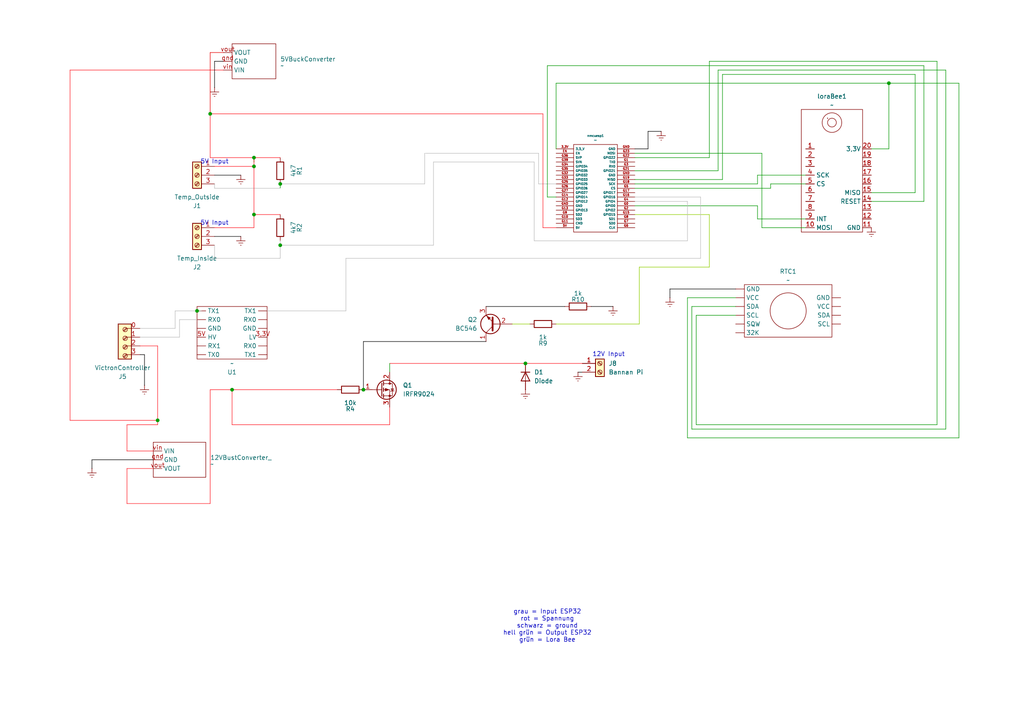
<source format=kicad_sch>
(kicad_sch
	(version 20231120)
	(generator "eeschema")
	(generator_version "8.0")
	(uuid "71988336-53be-4146-9620-c6f8a6cd88ad")
	(paper "A4")
	(lib_symbols
		(symbol "BabyBuck5V:5V_Buck"
			(exclude_from_sim no)
			(in_bom yes)
			(on_board yes)
			(property "Reference" "U"
				(at 0 0 0)
				(effects
					(font
						(size 1.27 1.27)
					)
				)
			)
			(property "Value" ""
				(at 0 0 0)
				(effects
					(font
						(size 1.27 1.27)
					)
				)
			)
			(property "Footprint" ""
				(at 0 0 0)
				(effects
					(font
						(size 1.27 1.27)
					)
					(hide yes)
				)
			)
			(property "Datasheet" ""
				(at 0 0 0)
				(effects
					(font
						(size 1.27 1.27)
					)
					(hide yes)
				)
			)
			(property "Description" ""
				(at 0 0 0)
				(effects
					(font
						(size 1.27 1.27)
					)
					(hide yes)
				)
			)
			(symbol "5V_Buck_0_1"
				(rectangle
					(start -8.89 0)
					(end 3.81 -10.16)
					(stroke
						(width 0)
						(type default)
					)
					(fill
						(type none)
					)
				)
			)
			(symbol "5V_Buck_1_1"
				(pin output line
					(at 6.35 -5.08 180)
					(length 2.54)
					(name "GND"
						(effects
							(font
								(size 1.27 1.27)
							)
						)
					)
					(number "gnd"
						(effects
							(font
								(size 1.27 1.27)
							)
						)
					)
				)
				(pin input line
					(at 6.35 -2.54 180)
					(length 2.54)
					(name "VIN"
						(effects
							(font
								(size 1.27 1.27)
							)
						)
					)
					(number "vin"
						(effects
							(font
								(size 1.27 1.27)
							)
						)
					)
				)
				(pin output line
					(at 6.35 -7.62 180)
					(length 2.54)
					(name "VOUT"
						(effects
							(font
								(size 1.27 1.27)
							)
						)
					)
					(number "vout"
						(effects
							(font
								(size 1.27 1.27)
							)
						)
					)
				)
			)
		)
		(symbol "Connector:Screw_Terminal_01x02"
			(pin_names
				(offset 1.016) hide)
			(exclude_from_sim no)
			(in_bom yes)
			(on_board yes)
			(property "Reference" "J"
				(at 0 2.54 0)
				(effects
					(font
						(size 1.27 1.27)
					)
				)
			)
			(property "Value" "Screw_Terminal_01x02"
				(at 0 -5.08 0)
				(effects
					(font
						(size 1.27 1.27)
					)
				)
			)
			(property "Footprint" ""
				(at 0 0 0)
				(effects
					(font
						(size 1.27 1.27)
					)
					(hide yes)
				)
			)
			(property "Datasheet" "~"
				(at 0 0 0)
				(effects
					(font
						(size 1.27 1.27)
					)
					(hide yes)
				)
			)
			(property "Description" "Generic screw terminal, single row, 01x02, script generated (kicad-library-utils/schlib/autogen/connector/)"
				(at 0 0 0)
				(effects
					(font
						(size 1.27 1.27)
					)
					(hide yes)
				)
			)
			(property "ki_keywords" "screw terminal"
				(at 0 0 0)
				(effects
					(font
						(size 1.27 1.27)
					)
					(hide yes)
				)
			)
			(property "ki_fp_filters" "TerminalBlock*:*"
				(at 0 0 0)
				(effects
					(font
						(size 1.27 1.27)
					)
					(hide yes)
				)
			)
			(symbol "Screw_Terminal_01x02_1_1"
				(rectangle
					(start -1.27 1.27)
					(end 1.27 -3.81)
					(stroke
						(width 0.254)
						(type default)
					)
					(fill
						(type background)
					)
				)
				(circle
					(center 0 -2.54)
					(radius 0.635)
					(stroke
						(width 0.1524)
						(type default)
					)
					(fill
						(type none)
					)
				)
				(polyline
					(pts
						(xy -0.5334 -2.2098) (xy 0.3302 -3.048)
					)
					(stroke
						(width 0.1524)
						(type default)
					)
					(fill
						(type none)
					)
				)
				(polyline
					(pts
						(xy -0.5334 0.3302) (xy 0.3302 -0.508)
					)
					(stroke
						(width 0.1524)
						(type default)
					)
					(fill
						(type none)
					)
				)
				(polyline
					(pts
						(xy -0.3556 -2.032) (xy 0.508 -2.8702)
					)
					(stroke
						(width 0.1524)
						(type default)
					)
					(fill
						(type none)
					)
				)
				(polyline
					(pts
						(xy -0.3556 0.508) (xy 0.508 -0.3302)
					)
					(stroke
						(width 0.1524)
						(type default)
					)
					(fill
						(type none)
					)
				)
				(circle
					(center 0 0)
					(radius 0.635)
					(stroke
						(width 0.1524)
						(type default)
					)
					(fill
						(type none)
					)
				)
				(pin passive line
					(at -5.08 0 0)
					(length 3.81)
					(name "Pin_1"
						(effects
							(font
								(size 1.27 1.27)
							)
						)
					)
					(number "1"
						(effects
							(font
								(size 1.27 1.27)
							)
						)
					)
				)
				(pin passive line
					(at -5.08 -2.54 0)
					(length 3.81)
					(name "Pin_2"
						(effects
							(font
								(size 1.27 1.27)
							)
						)
					)
					(number "2"
						(effects
							(font
								(size 1.27 1.27)
							)
						)
					)
				)
			)
		)
		(symbol "Connector:Screw_Terminal_01x03"
			(pin_names
				(offset 1.016) hide)
			(exclude_from_sim no)
			(in_bom yes)
			(on_board yes)
			(property "Reference" "J"
				(at 0 5.08 0)
				(effects
					(font
						(size 1.27 1.27)
					)
				)
			)
			(property "Value" "Screw_Terminal_01x03"
				(at 0 -5.08 0)
				(effects
					(font
						(size 1.27 1.27)
					)
				)
			)
			(property "Footprint" ""
				(at 0 0 0)
				(effects
					(font
						(size 1.27 1.27)
					)
					(hide yes)
				)
			)
			(property "Datasheet" "~"
				(at 0 0 0)
				(effects
					(font
						(size 1.27 1.27)
					)
					(hide yes)
				)
			)
			(property "Description" "Generic screw terminal, single row, 01x03, script generated (kicad-library-utils/schlib/autogen/connector/)"
				(at 0 0 0)
				(effects
					(font
						(size 1.27 1.27)
					)
					(hide yes)
				)
			)
			(property "ki_keywords" "screw terminal"
				(at 0 0 0)
				(effects
					(font
						(size 1.27 1.27)
					)
					(hide yes)
				)
			)
			(property "ki_fp_filters" "TerminalBlock*:*"
				(at 0 0 0)
				(effects
					(font
						(size 1.27 1.27)
					)
					(hide yes)
				)
			)
			(symbol "Screw_Terminal_01x03_1_1"
				(rectangle
					(start -1.27 3.81)
					(end 1.27 -3.81)
					(stroke
						(width 0.254)
						(type default)
					)
					(fill
						(type background)
					)
				)
				(circle
					(center 0 -2.54)
					(radius 0.635)
					(stroke
						(width 0.1524)
						(type default)
					)
					(fill
						(type none)
					)
				)
				(polyline
					(pts
						(xy -0.5334 -2.2098) (xy 0.3302 -3.048)
					)
					(stroke
						(width 0.1524)
						(type default)
					)
					(fill
						(type none)
					)
				)
				(polyline
					(pts
						(xy -0.5334 0.3302) (xy 0.3302 -0.508)
					)
					(stroke
						(width 0.1524)
						(type default)
					)
					(fill
						(type none)
					)
				)
				(polyline
					(pts
						(xy -0.5334 2.8702) (xy 0.3302 2.032)
					)
					(stroke
						(width 0.1524)
						(type default)
					)
					(fill
						(type none)
					)
				)
				(polyline
					(pts
						(xy -0.3556 -2.032) (xy 0.508 -2.8702)
					)
					(stroke
						(width 0.1524)
						(type default)
					)
					(fill
						(type none)
					)
				)
				(polyline
					(pts
						(xy -0.3556 0.508) (xy 0.508 -0.3302)
					)
					(stroke
						(width 0.1524)
						(type default)
					)
					(fill
						(type none)
					)
				)
				(polyline
					(pts
						(xy -0.3556 3.048) (xy 0.508 2.2098)
					)
					(stroke
						(width 0.1524)
						(type default)
					)
					(fill
						(type none)
					)
				)
				(circle
					(center 0 0)
					(radius 0.635)
					(stroke
						(width 0.1524)
						(type default)
					)
					(fill
						(type none)
					)
				)
				(circle
					(center 0 2.54)
					(radius 0.635)
					(stroke
						(width 0.1524)
						(type default)
					)
					(fill
						(type none)
					)
				)
				(pin passive line
					(at -5.08 2.54 0)
					(length 3.81)
					(name "Pin_1"
						(effects
							(font
								(size 1.27 1.27)
							)
						)
					)
					(number "1"
						(effects
							(font
								(size 1.27 1.27)
							)
						)
					)
				)
				(pin passive line
					(at -5.08 0 0)
					(length 3.81)
					(name "Pin_2"
						(effects
							(font
								(size 1.27 1.27)
							)
						)
					)
					(number "2"
						(effects
							(font
								(size 1.27 1.27)
							)
						)
					)
				)
				(pin passive line
					(at -5.08 -2.54 0)
					(length 3.81)
					(name "Pin_3"
						(effects
							(font
								(size 1.27 1.27)
							)
						)
					)
					(number "3"
						(effects
							(font
								(size 1.27 1.27)
							)
						)
					)
				)
			)
		)
		(symbol "Device:R"
			(pin_numbers hide)
			(pin_names
				(offset 0)
			)
			(exclude_from_sim no)
			(in_bom yes)
			(on_board yes)
			(property "Reference" "R"
				(at 2.032 0 90)
				(effects
					(font
						(size 1.27 1.27)
					)
				)
			)
			(property "Value" "R"
				(at 0 0 90)
				(effects
					(font
						(size 1.27 1.27)
					)
				)
			)
			(property "Footprint" ""
				(at -1.778 0 90)
				(effects
					(font
						(size 1.27 1.27)
					)
					(hide yes)
				)
			)
			(property "Datasheet" "~"
				(at 0 0 0)
				(effects
					(font
						(size 1.27 1.27)
					)
					(hide yes)
				)
			)
			(property "Description" "Resistor"
				(at 0 0 0)
				(effects
					(font
						(size 1.27 1.27)
					)
					(hide yes)
				)
			)
			(property "ki_keywords" "R res resistor"
				(at 0 0 0)
				(effects
					(font
						(size 1.27 1.27)
					)
					(hide yes)
				)
			)
			(property "ki_fp_filters" "R_*"
				(at 0 0 0)
				(effects
					(font
						(size 1.27 1.27)
					)
					(hide yes)
				)
			)
			(symbol "R_0_1"
				(rectangle
					(start -1.016 -2.54)
					(end 1.016 2.54)
					(stroke
						(width 0.254)
						(type default)
					)
					(fill
						(type none)
					)
				)
			)
			(symbol "R_1_1"
				(pin passive line
					(at 0 3.81 270)
					(length 1.27)
					(name "~"
						(effects
							(font
								(size 1.27 1.27)
							)
						)
					)
					(number "1"
						(effects
							(font
								(size 1.27 1.27)
							)
						)
					)
				)
				(pin passive line
					(at 0 -3.81 90)
					(length 1.27)
					(name "~"
						(effects
							(font
								(size 1.27 1.27)
							)
						)
					)
					(number "2"
						(effects
							(font
								(size 1.27 1.27)
							)
						)
					)
				)
			)
		)
		(symbol "Diode:1N4148WT"
			(pin_numbers hide)
			(pin_names hide)
			(exclude_from_sim no)
			(in_bom yes)
			(on_board yes)
			(property "Reference" "D"
				(at 0 2.54 0)
				(effects
					(font
						(size 1.27 1.27)
					)
				)
			)
			(property "Value" "1N4148WT"
				(at 0 -2.54 0)
				(effects
					(font
						(size 1.27 1.27)
					)
				)
			)
			(property "Footprint" "Diode_SMD:D_SOD-523"
				(at 0 -4.445 0)
				(effects
					(font
						(size 1.27 1.27)
					)
					(hide yes)
				)
			)
			(property "Datasheet" "https://www.diodes.com/assets/Datasheets/ds30396.pdf"
				(at 0 0 0)
				(effects
					(font
						(size 1.27 1.27)
					)
					(hide yes)
				)
			)
			(property "Description" "75V 0.15A Fast switching Diode, SOD-523"
				(at 0 0 0)
				(effects
					(font
						(size 1.27 1.27)
					)
					(hide yes)
				)
			)
			(property "Sim.Device" "D"
				(at 0 0 0)
				(effects
					(font
						(size 1.27 1.27)
					)
					(hide yes)
				)
			)
			(property "Sim.Pins" "1=K 2=A"
				(at 0 0 0)
				(effects
					(font
						(size 1.27 1.27)
					)
					(hide yes)
				)
			)
			(property "ki_keywords" "diode"
				(at 0 0 0)
				(effects
					(font
						(size 1.27 1.27)
					)
					(hide yes)
				)
			)
			(property "ki_fp_filters" "D*SOD?523*"
				(at 0 0 0)
				(effects
					(font
						(size 1.27 1.27)
					)
					(hide yes)
				)
			)
			(symbol "1N4148WT_0_1"
				(polyline
					(pts
						(xy -1.27 1.27) (xy -1.27 -1.27)
					)
					(stroke
						(width 0.254)
						(type default)
					)
					(fill
						(type none)
					)
				)
				(polyline
					(pts
						(xy 1.27 0) (xy -1.27 0)
					)
					(stroke
						(width 0)
						(type default)
					)
					(fill
						(type none)
					)
				)
				(polyline
					(pts
						(xy 1.27 1.27) (xy 1.27 -1.27) (xy -1.27 0) (xy 1.27 1.27)
					)
					(stroke
						(width 0.254)
						(type default)
					)
					(fill
						(type none)
					)
				)
			)
			(symbol "1N4148WT_1_1"
				(pin passive line
					(at -3.81 0 0)
					(length 2.54)
					(name "K"
						(effects
							(font
								(size 1.27 1.27)
							)
						)
					)
					(number "1"
						(effects
							(font
								(size 1.27 1.27)
							)
						)
					)
				)
				(pin passive line
					(at 3.81 0 180)
					(length 2.54)
					(name "A"
						(effects
							(font
								(size 1.27 1.27)
							)
						)
					)
					(number "2"
						(effects
							(font
								(size 1.27 1.27)
							)
						)
					)
				)
			)
		)
		(symbol "LogicLevelConverter:LogicLevelConverter"
			(exclude_from_sim no)
			(in_bom yes)
			(on_board yes)
			(property "Reference" "U"
				(at 0 0 0)
				(effects
					(font
						(size 1.27 1.27)
					)
				)
			)
			(property "Value" ""
				(at 0 0 0)
				(effects
					(font
						(size 1.27 1.27)
					)
				)
			)
			(property "Footprint" ""
				(at 0 0 0)
				(effects
					(font
						(size 1.27 1.27)
					)
					(hide yes)
				)
			)
			(property "Datasheet" ""
				(at 0 0 0)
				(effects
					(font
						(size 1.27 1.27)
					)
					(hide yes)
				)
			)
			(property "Description" ""
				(at 0 0 0)
				(effects
					(font
						(size 1.27 1.27)
					)
					(hide yes)
				)
			)
			(symbol "LogicLevelConverter_0_1"
				(rectangle
					(start 10.16 -16.51)
					(end -10.16 -1.27)
					(stroke
						(width 0)
						(type default)
					)
					(fill
						(type none)
					)
				)
			)
			(symbol "LogicLevelConverter_1_1"
				(pin output line
					(at -10.16 -10.16 0)
					(length 2.54)
					(name "GND"
						(effects
							(font
								(size 1.27 1.27)
							)
						)
					)
					(number ""
						(effects
							(font
								(size 1.27 1.27)
							)
						)
					)
				)
				(pin output line
					(at 10.16 -10.16 180)
					(length 2.54)
					(name "GND"
						(effects
							(font
								(size 1.27 1.27)
							)
						)
					)
					(number ""
						(effects
							(font
								(size 1.27 1.27)
							)
						)
					)
				)
				(pin input line
					(at -10.16 -12.7 0)
					(length 2.54)
					(name "RX0"
						(effects
							(font
								(size 1.27 1.27)
							)
						)
					)
					(number ""
						(effects
							(font
								(size 1.27 1.27)
							)
						)
					)
				)
				(pin input line
					(at -10.16 -5.08 0)
					(length 2.54)
					(name "RX0"
						(effects
							(font
								(size 1.27 1.27)
							)
						)
					)
					(number ""
						(effects
							(font
								(size 1.27 1.27)
							)
						)
					)
				)
				(pin input line
					(at 10.16 -12.7 180)
					(length 2.54)
					(name "RX0"
						(effects
							(font
								(size 1.27 1.27)
							)
						)
					)
					(number ""
						(effects
							(font
								(size 1.27 1.27)
							)
						)
					)
				)
				(pin input line
					(at 10.16 -5.08 180)
					(length 2.54)
					(name "RX1"
						(effects
							(font
								(size 1.27 1.27)
							)
						)
					)
					(number ""
						(effects
							(font
								(size 1.27 1.27)
							)
						)
					)
				)
				(pin output line
					(at 10.16 -2.54 180)
					(length 2.54)
					(name "TX0"
						(effects
							(font
								(size 1.27 1.27)
							)
						)
					)
					(number ""
						(effects
							(font
								(size 1.27 1.27)
							)
						)
					)
				)
				(pin output line
					(at -10.16 -15.24 0)
					(length 2.54)
					(name "TX1"
						(effects
							(font
								(size 1.27 1.27)
							)
						)
					)
					(number ""
						(effects
							(font
								(size 1.27 1.27)
							)
						)
					)
				)
				(pin output line
					(at -10.16 -2.54 0)
					(length 2.54)
					(name "TX1"
						(effects
							(font
								(size 1.27 1.27)
							)
						)
					)
					(number ""
						(effects
							(font
								(size 1.27 1.27)
							)
						)
					)
				)
				(pin output line
					(at 10.16 -15.24 180)
					(length 2.54)
					(name "TX1"
						(effects
							(font
								(size 1.27 1.27)
							)
						)
					)
					(number ""
						(effects
							(font
								(size 1.27 1.27)
							)
						)
					)
				)
				(pin input line
					(at -10.16 -7.62 0)
					(length 2.54)
					(name "LV"
						(effects
							(font
								(size 1.27 1.27)
							)
						)
					)
					(number "3,3V"
						(effects
							(font
								(size 1.27 1.27)
							)
						)
					)
				)
				(pin input line
					(at 10.16 -7.62 180)
					(length 2.54)
					(name "HV"
						(effects
							(font
								(size 1.27 1.27)
							)
						)
					)
					(number "5V"
						(effects
							(font
								(size 1.27 1.27)
							)
						)
					)
				)
			)
		)
		(symbol "LoraBee:Lorabee"
			(exclude_from_sim no)
			(in_bom yes)
			(on_board yes)
			(property "Reference" "loraBee"
				(at 0.508 10.668 0)
				(effects
					(font
						(size 1.27 1.27)
					)
				)
			)
			(property "Value" ""
				(at 0 0 0)
				(effects
					(font
						(size 1.27 1.27)
					)
				)
			)
			(property "Footprint" ""
				(at 0 0 0)
				(effects
					(font
						(size 1.27 1.27)
					)
					(hide yes)
				)
			)
			(property "Datasheet" ""
				(at 0 0 0)
				(effects
					(font
						(size 1.27 1.27)
					)
					(hide yes)
				)
			)
			(property "Description" ""
				(at 0 0 0)
				(effects
					(font
						(size 1.27 1.27)
					)
					(hide yes)
				)
			)
			(symbol "Lorabee_0_1"
				(rectangle
					(start -7.62 8.89)
					(end 10.16 -26.67)
					(stroke
						(width 0)
						(type default)
					)
					(fill
						(type none)
					)
				)
				(circle
					(center 0 6.35)
					(radius 0.0001)
					(stroke
						(width 0)
						(type default)
					)
					(fill
						(type none)
					)
				)
				(circle
					(center 1.27 5.08)
					(radius 1.27)
					(stroke
						(width 0)
						(type default)
					)
					(fill
						(type none)
					)
				)
				(circle
					(center 1.27 5.08)
					(radius 2.8398)
					(stroke
						(width 0)
						(type default)
					)
					(fill
						(type none)
					)
				)
			)
			(symbol "Lorabee_1_1"
				(pin input line
					(at -6.35 -2.54 0)
					(length 2.54)
					(name ""
						(effects
							(font
								(size 1.27 1.27)
							)
						)
					)
					(number "1"
						(effects
							(font
								(size 1.27 1.27)
							)
						)
					)
				)
				(pin input line
					(at -6.35 -25.4 0)
					(length 2.54)
					(name "MOSI"
						(effects
							(font
								(size 1.27 1.27)
							)
						)
					)
					(number "10"
						(effects
							(font
								(size 1.27 1.27)
							)
						)
					)
				)
				(pin output line
					(at 12.7 -25.4 180)
					(length 2.54)
					(name "GND"
						(effects
							(font
								(size 1.27 1.27)
							)
						)
					)
					(number "11"
						(effects
							(font
								(size 1.27 1.27)
							)
						)
					)
				)
				(pin input line
					(at 12.7 -22.86 180)
					(length 2.54)
					(name ""
						(effects
							(font
								(size 1.27 1.27)
							)
						)
					)
					(number "12"
						(effects
							(font
								(size 1.27 1.27)
							)
						)
					)
				)
				(pin input line
					(at 12.7 -20.32 180)
					(length 2.54)
					(name ""
						(effects
							(font
								(size 1.27 1.27)
							)
						)
					)
					(number "13"
						(effects
							(font
								(size 1.27 1.27)
							)
						)
					)
				)
				(pin output line
					(at 12.7 -17.78 180)
					(length 2.54)
					(name "RESET"
						(effects
							(font
								(size 1.27 1.27)
							)
						)
					)
					(number "14"
						(effects
							(font
								(size 1.27 1.27)
							)
						)
					)
				)
				(pin input line
					(at 12.7 -15.24 180)
					(length 2.54)
					(name "MISO"
						(effects
							(font
								(size 1.27 1.27)
							)
						)
					)
					(number "15"
						(effects
							(font
								(size 1.27 1.27)
							)
						)
					)
				)
				(pin input line
					(at 12.7 -12.7 180)
					(length 2.54)
					(name ""
						(effects
							(font
								(size 1.27 1.27)
							)
						)
					)
					(number "16"
						(effects
							(font
								(size 1.27 1.27)
							)
						)
					)
				)
				(pin input line
					(at 12.7 -10.16 180)
					(length 2.54)
					(name ""
						(effects
							(font
								(size 1.27 1.27)
							)
						)
					)
					(number "17"
						(effects
							(font
								(size 1.27 1.27)
							)
						)
					)
				)
				(pin input line
					(at 12.7 -7.62 180)
					(length 2.54)
					(name ""
						(effects
							(font
								(size 1.27 1.27)
							)
						)
					)
					(number "18"
						(effects
							(font
								(size 1.27 1.27)
							)
						)
					)
				)
				(pin input line
					(at 12.7 -5.08 180)
					(length 2.54)
					(name ""
						(effects
							(font
								(size 1.27 1.27)
							)
						)
					)
					(number "19"
						(effects
							(font
								(size 1.27 1.27)
							)
						)
					)
				)
				(pin input line
					(at -6.35 -5.08 0)
					(length 2.54)
					(name ""
						(effects
							(font
								(size 1.27 1.27)
							)
						)
					)
					(number "2"
						(effects
							(font
								(size 1.27 1.27)
							)
						)
					)
				)
				(pin input line
					(at 12.7 -2.54 180)
					(length 2.54)
					(name "3,3V"
						(effects
							(font
								(size 1.27 1.27)
							)
						)
					)
					(number "20"
						(effects
							(font
								(size 1.27 1.27)
							)
						)
					)
				)
				(pin input line
					(at -6.35 -7.62 0)
					(length 2.54)
					(name ""
						(effects
							(font
								(size 1.27 1.27)
							)
						)
					)
					(number "3"
						(effects
							(font
								(size 1.27 1.27)
							)
						)
					)
				)
				(pin output line
					(at -6.35 -10.16 0)
					(length 2.54)
					(name "SCK"
						(effects
							(font
								(size 1.27 1.27)
							)
						)
					)
					(number "4"
						(effects
							(font
								(size 1.27 1.27)
							)
						)
					)
				)
				(pin output line
					(at -6.35 -12.7 0)
					(length 2.54)
					(name "CS"
						(effects
							(font
								(size 1.27 1.27)
							)
						)
					)
					(number "5"
						(effects
							(font
								(size 1.27 1.27)
							)
						)
					)
				)
				(pin input line
					(at -6.35 -15.24 0)
					(length 2.54)
					(name ""
						(effects
							(font
								(size 1.27 1.27)
							)
						)
					)
					(number "6"
						(effects
							(font
								(size 1.27 1.27)
							)
						)
					)
				)
				(pin input line
					(at -6.35 -17.78 0)
					(length 2.54)
					(name ""
						(effects
							(font
								(size 1.27 1.27)
							)
						)
					)
					(number "7"
						(effects
							(font
								(size 1.27 1.27)
							)
						)
					)
				)
				(pin input line
					(at -6.35 -20.32 0)
					(length 2.54)
					(name ""
						(effects
							(font
								(size 1.27 1.27)
							)
						)
					)
					(number "8"
						(effects
							(font
								(size 1.27 1.27)
							)
						)
					)
				)
				(pin input line
					(at -6.35 -22.86 0)
					(length 2.54)
					(name "INT"
						(effects
							(font
								(size 1.27 1.27)
							)
						)
					)
					(number "9"
						(effects
							(font
								(size 1.27 1.27)
							)
						)
					)
				)
			)
		)
		(symbol "NMCUESP32:nmcuesp32"
			(exclude_from_sim no)
			(in_bom yes)
			(on_board yes)
			(property "Reference" "nmcuesp32"
				(at 4.826 1.016 0)
				(effects
					(font
						(size 0.635 0.635)
					)
				)
			)
			(property "Value" ""
				(at 0 0 0)
				(effects
					(font
						(size 1.27 1.27)
					)
				)
			)
			(property "Footprint" ""
				(at 0 0 0)
				(effects
					(font
						(size 1.27 1.27)
					)
					(hide yes)
				)
			)
			(property "Datasheet" ""
				(at 0 0 0)
				(effects
					(font
						(size 1.27 1.27)
					)
					(hide yes)
				)
			)
			(property "Description" ""
				(at 0 0 0)
				(effects
					(font
						(size 1.27 1.27)
					)
					(hide yes)
				)
			)
			(symbol "nmcuesp32_0_1"
				(rectangle
					(start -1.27 0)
					(end 11.43 -25.4)
					(stroke
						(width 0)
						(type default)
					)
					(fill
						(type none)
					)
				)
			)
			(symbol "nmcuesp32_1_1"
				(pin power_in line
					(at -6.35 -1.27 0)
					(length 5.08)
					(name "3,3_V"
						(effects
							(font
								(size 0.635 0.635)
							)
						)
					)
					(number "3,3V"
						(effects
							(font
								(size 0.635 0.635)
							)
						)
					)
				)
				(pin power_in line
					(at -6.35 -24.13 0)
					(length 5.08)
					(name "5V"
						(effects
							(font
								(size 0.635 0.635)
							)
						)
					)
					(number "5V"
						(effects
							(font
								(size 0.635 0.635)
							)
						)
					)
				)
				(pin input line
					(at -6.35 -2.54 0)
					(length 5.08)
					(name "EN"
						(effects
							(font
								(size 0.635 0.635)
							)
						)
					)
					(number "EN"
						(effects
							(font
								(size 0.635 0.635)
							)
						)
					)
				)
				(pin bidirectional line
					(at 16.51 -17.78 180)
					(length 5.08)
					(name "GPIO0"
						(effects
							(font
								(size 0.635 0.635)
							)
						)
					)
					(number "G0"
						(effects
							(font
								(size 0.635 0.635)
							)
						)
					)
				)
				(pin bidirectional line
					(at 16.51 -5.08 180)
					(length 5.08)
					(name "TX0"
						(effects
							(font
								(size 0.635 0.635)
							)
						)
					)
					(number "G1"
						(effects
							(font
								(size 0.635 0.635)
							)
						)
					)
				)
				(pin bidirectional line
					(at -6.35 -21.59 0)
					(length 5.08)
					(name "SD3"
						(effects
							(font
								(size 0.635 0.635)
							)
						)
					)
					(number "G10"
						(effects
							(font
								(size 0.635 0.635)
							)
						)
					)
				)
				(pin bidirectional line
					(at -6.35 -22.86 0)
					(length 5.08)
					(name "CMD"
						(effects
							(font
								(size 0.635 0.635)
							)
						)
					)
					(number "G11"
						(effects
							(font
								(size 0.635 0.635)
							)
						)
					)
				)
				(pin bidirectional line
					(at -6.35 -16.51 0)
					(length 5.08)
					(name "GPIO12"
						(effects
							(font
								(size 0.635 0.635)
							)
						)
					)
					(number "G12"
						(effects
							(font
								(size 0.635 0.635)
							)
						)
					)
				)
				(pin bidirectional line
					(at -6.35 -19.05 0)
					(length 5.08)
					(name "GPIO13"
						(effects
							(font
								(size 0.635 0.635)
							)
						)
					)
					(number "G13"
						(effects
							(font
								(size 0.635 0.635)
							)
						)
					)
				)
				(pin bidirectional line
					(at -6.35 -15.24 0)
					(length 5.08)
					(name "GPIO14"
						(effects
							(font
								(size 0.635 0.635)
							)
						)
					)
					(number "G14"
						(effects
							(font
								(size 0.635 0.635)
							)
						)
					)
				)
				(pin bidirectional line
					(at 16.51 -20.32 180)
					(length 5.08)
					(name "GPIO15"
						(effects
							(font
								(size 0.635 0.635)
							)
						)
					)
					(number "G15"
						(effects
							(font
								(size 0.635 0.635)
							)
						)
					)
				)
				(pin bidirectional line
					(at 16.51 -15.24 180)
					(length 5.08)
					(name "GPIO16"
						(effects
							(font
								(size 0.635 0.635)
							)
						)
					)
					(number "G16"
						(effects
							(font
								(size 0.635 0.635)
							)
						)
					)
				)
				(pin bidirectional line
					(at 16.51 -13.97 180)
					(length 5.08)
					(name "GPIO17"
						(effects
							(font
								(size 0.635 0.635)
							)
						)
					)
					(number "G17"
						(effects
							(font
								(size 0.635 0.635)
							)
						)
					)
				)
				(pin bidirectional line
					(at 16.51 -11.43 180)
					(length 5.08)
					(name "SCK"
						(effects
							(font
								(size 0.635 0.635)
							)
						)
					)
					(number "G18"
						(effects
							(font
								(size 0.635 0.635)
							)
						)
					)
				)
				(pin bidirectional line
					(at 16.51 -10.16 180)
					(length 5.08)
					(name "MISO"
						(effects
							(font
								(size 0.635 0.635)
							)
						)
					)
					(number "G19"
						(effects
							(font
								(size 0.635 0.635)
							)
						)
					)
				)
				(pin bidirectional line
					(at 16.51 -19.05 180)
					(length 5.08)
					(name "GPIO2"
						(effects
							(font
								(size 0.635 0.635)
							)
						)
					)
					(number "G2"
						(effects
							(font
								(size 0.635 0.635)
							)
						)
					)
				)
				(pin bidirectional line
					(at 16.51 -7.62 180)
					(length 5.08)
					(name "GPIO21"
						(effects
							(font
								(size 0.635 0.635)
							)
						)
					)
					(number "G21"
						(effects
							(font
								(size 0.635 0.635)
							)
						)
					)
				)
				(pin bidirectional line
					(at 16.51 -3.81 180)
					(length 5.08)
					(name "GPIO22"
						(effects
							(font
								(size 0.635 0.635)
							)
						)
					)
					(number "G22"
						(effects
							(font
								(size 0.635 0.635)
							)
						)
					)
				)
				(pin bidirectional line
					(at 16.51 -2.54 180)
					(length 5.08)
					(name "MOSI"
						(effects
							(font
								(size 0.635 0.635)
							)
						)
					)
					(number "G23"
						(effects
							(font
								(size 0.635 0.635)
							)
						)
					)
				)
				(pin bidirectional line
					(at -6.35 -11.43 0)
					(length 5.08)
					(name "GPIO25"
						(effects
							(font
								(size 0.635 0.635)
							)
						)
					)
					(number "G25"
						(effects
							(font
								(size 0.635 0.635)
							)
						)
					)
				)
				(pin bidirectional line
					(at -6.35 -12.7 0)
					(length 5.08)
					(name "GPIO26"
						(effects
							(font
								(size 0.635 0.635)
							)
						)
					)
					(number "G26"
						(effects
							(font
								(size 0.635 0.635)
							)
						)
					)
				)
				(pin bidirectional line
					(at -6.35 -13.97 0)
					(length 5.08)
					(name "GPIO27"
						(effects
							(font
								(size 0.635 0.635)
							)
						)
					)
					(number "G27"
						(effects
							(font
								(size 0.635 0.635)
							)
						)
					)
				)
				(pin bidirectional line
					(at 16.51 -6.35 180)
					(length 5.08)
					(name "RX0"
						(effects
							(font
								(size 0.635 0.635)
							)
						)
					)
					(number "G3"
						(effects
							(font
								(size 0.635 0.635)
							)
						)
					)
				)
				(pin bidirectional line
					(at -6.35 -8.89 0)
					(length 5.08)
					(name "GPIO32"
						(effects
							(font
								(size 0.635 0.635)
							)
						)
					)
					(number "G32"
						(effects
							(font
								(size 0.635 0.635)
							)
						)
					)
				)
				(pin bidirectional line
					(at -6.35 -10.16 0)
					(length 5.08)
					(name "GPIO33"
						(effects
							(font
								(size 0.635 0.635)
							)
						)
					)
					(number "G33"
						(effects
							(font
								(size 0.635 0.635)
							)
						)
					)
				)
				(pin input line
					(at -6.35 -6.35 0)
					(length 5.08)
					(name "GIPO34"
						(effects
							(font
								(size 0.635 0.635)
							)
						)
					)
					(number "G34"
						(effects
							(font
								(size 0.635 0.635)
							)
						)
					)
				)
				(pin input line
					(at -6.35 -7.62 0)
					(length 5.08)
					(name "GPIO35"
						(effects
							(font
								(size 0.635 0.635)
							)
						)
					)
					(number "G35"
						(effects
							(font
								(size 0.635 0.635)
							)
						)
					)
				)
				(pin input line
					(at -6.35 -3.81 0)
					(length 5.08)
					(name "SVP"
						(effects
							(font
								(size 0.635 0.635)
							)
						)
					)
					(number "G36"
						(effects
							(font
								(size 0.635 0.635)
							)
						)
					)
				)
				(pin input line
					(at -6.35 -5.08 0)
					(length 5.08)
					(name "SVN"
						(effects
							(font
								(size 0.635 0.635)
							)
						)
					)
					(number "G39"
						(effects
							(font
								(size 0.635 0.635)
							)
						)
					)
				)
				(pin bidirectional line
					(at 16.51 -16.51 180)
					(length 5.08)
					(name "GPIO4"
						(effects
							(font
								(size 0.635 0.635)
							)
						)
					)
					(number "G4"
						(effects
							(font
								(size 0.635 0.635)
							)
						)
					)
				)
				(pin bidirectional line
					(at 16.51 -12.7 180)
					(length 5.08)
					(name "CS"
						(effects
							(font
								(size 0.635 0.635)
							)
						)
					)
					(number "G5"
						(effects
							(font
								(size 0.635 0.635)
							)
						)
					)
				)
				(pin bidirectional line
					(at 16.51 -24.13 180)
					(length 5.08)
					(name "CLK"
						(effects
							(font
								(size 0.635 0.635)
							)
						)
					)
					(number "G6"
						(effects
							(font
								(size 0.635 0.635)
							)
						)
					)
				)
				(pin bidirectional line
					(at 16.51 -22.86 180)
					(length 5.08)
					(name "SD0"
						(effects
							(font
								(size 0.635 0.635)
							)
						)
					)
					(number "G7"
						(effects
							(font
								(size 0.635 0.635)
							)
						)
					)
				)
				(pin bidirectional line
					(at 16.51 -21.59 180)
					(length 5.08)
					(name "SD1"
						(effects
							(font
								(size 0.635 0.635)
							)
						)
					)
					(number "G8"
						(effects
							(font
								(size 0.635 0.635)
							)
						)
					)
				)
				(pin bidirectional line
					(at -6.35 -20.32 0)
					(length 5.08)
					(name "SD2"
						(effects
							(font
								(size 0.635 0.635)
							)
						)
					)
					(number "G9"
						(effects
							(font
								(size 0.635 0.635)
							)
						)
					)
				)
				(pin power_out line
					(at -6.35 -17.78 0)
					(length 5.08)
					(name "GND"
						(effects
							(font
								(size 0.635 0.635)
							)
						)
					)
					(number "GND"
						(effects
							(font
								(size 0.635 0.635)
							)
						)
					)
				)
				(pin power_out line
					(at 16.51 -8.89 180)
					(length 5.08)
					(name "GND"
						(effects
							(font
								(size 0.635 0.635)
							)
						)
					)
					(number "GND"
						(effects
							(font
								(size 0.635 0.635)
							)
						)
					)
				)
				(pin power_out line
					(at 16.51 -1.27 180)
					(length 5.08)
					(name "GND"
						(effects
							(font
								(size 0.635 0.635)
							)
						)
					)
					(number "GND"
						(effects
							(font
								(size 0.635 0.635)
							)
						)
					)
				)
			)
		)
		(symbol "Pololu U3V16F12 12V Step-Up Spannungsregler:12V_Step-Up"
			(exclude_from_sim no)
			(in_bom yes)
			(on_board yes)
			(property "Reference" "U"
				(at 3.81 -8.89 0)
				(effects
					(font
						(size 1.27 1.27)
					)
				)
			)
			(property "Value" ""
				(at 3.81 -8.89 0)
				(effects
					(font
						(size 1.27 1.27)
					)
				)
			)
			(property "Footprint" ""
				(at 3.81 -8.89 0)
				(effects
					(font
						(size 1.27 1.27)
					)
					(hide yes)
				)
			)
			(property "Datasheet" ""
				(at 3.81 -8.89 0)
				(effects
					(font
						(size 1.27 1.27)
					)
					(hide yes)
				)
			)
			(property "Description" ""
				(at 3.81 -8.89 0)
				(effects
					(font
						(size 1.27 1.27)
					)
					(hide yes)
				)
			)
			(symbol "12V_Step-Up_0_1"
				(rectangle
					(start -11.43 -3.81)
					(end 3.81 -13.97)
					(stroke
						(width 0)
						(type default)
					)
					(fill
						(type none)
					)
				)
			)
			(symbol "12V_Step-Up_1_1"
				(pin output line
					(at 3.81 -8.89 180)
					(length 2.54)
					(name "GND"
						(effects
							(font
								(size 1.27 1.27)
							)
						)
					)
					(number "gnd"
						(effects
							(font
								(size 1.27 1.27)
							)
						)
					)
				)
				(pin input line
					(at 3.81 -11.43 180)
					(length 2.54)
					(name "VIN"
						(effects
							(font
								(size 1.27 1.27)
							)
						)
					)
					(number "vin"
						(effects
							(font
								(size 1.27 1.27)
							)
						)
					)
				)
				(pin output line
					(at 3.81 -6.35 180)
					(length 2.54)
					(name "VOUT"
						(effects
							(font
								(size 1.27 1.27)
							)
						)
					)
					(number "vout"
						(effects
							(font
								(size 1.27 1.27)
							)
						)
					)
				)
			)
		)
		(symbol "RTC_DS3231:RTC_DS3231"
			(exclude_from_sim no)
			(in_bom yes)
			(on_board yes)
			(property "Reference" "RTC"
				(at 0 0 0)
				(effects
					(font
						(size 1.27 1.27)
					)
				)
			)
			(property "Value" ""
				(at 0 0 0)
				(effects
					(font
						(size 1.27 1.27)
					)
				)
			)
			(property "Footprint" ""
				(at 0 0 0)
				(effects
					(font
						(size 1.27 1.27)
					)
					(hide yes)
				)
			)
			(property "Datasheet" ""
				(at 0 0 0)
				(effects
					(font
						(size 1.27 1.27)
					)
					(hide yes)
				)
			)
			(property "Description" "RTC_DS3231"
				(at 0 0 0)
				(effects
					(font
						(size 1.27 1.27)
					)
					(hide yes)
				)
			)
			(symbol "RTC_DS3231_0_1"
				(circle
					(center 2.54 -6.35)
					(radius 5.2363)
					(stroke
						(width 0)
						(type default)
					)
					(fill
						(type none)
					)
				)
				(rectangle
					(start 10.16 -19.05)
					(end -5.08 6.35)
					(stroke
						(width 0)
						(type default)
					)
					(fill
						(type none)
					)
				)
			)
			(symbol "RTC_DS3231_1_0"
				(pin output line
					(at -1.27 8.89 270)
					(length 2.54)
					(name "GND"
						(effects
							(font
								(size 1.27 1.27)
							)
						)
					)
					(number ""
						(effects
							(font
								(size 1.27 1.27)
							)
						)
					)
				)
			)
			(symbol "RTC_DS3231_1_1"
				(pin output line
					(at 8.89 -21.59 90)
					(length 2.54)
					(name "32K"
						(effects
							(font
								(size 1.27 1.27)
							)
						)
					)
					(number ""
						(effects
							(font
								(size 1.27 1.27)
							)
						)
					)
				)
				(pin output line
					(at -3.81 -21.59 90)
					(length 2.54)
					(name "GND"
						(effects
							(font
								(size 1.27 1.27)
							)
						)
					)
					(number ""
						(effects
							(font
								(size 1.27 1.27)
							)
						)
					)
				)
				(pin input line
					(at 3.81 -21.59 90)
					(length 2.54)
					(name "SCL"
						(effects
							(font
								(size 1.27 1.27)
							)
						)
					)
					(number ""
						(effects
							(font
								(size 1.27 1.27)
							)
						)
					)
				)
				(pin input line
					(at 6.35 8.89 270)
					(length 2.54)
					(name "SCL"
						(effects
							(font
								(size 1.27 1.27)
							)
						)
					)
					(number ""
						(effects
							(font
								(size 1.27 1.27)
							)
						)
					)
				)
				(pin input line
					(at 1.27 -21.59 90)
					(length 2.54)
					(name "SDA"
						(effects
							(font
								(size 1.27 1.27)
							)
						)
					)
					(number ""
						(effects
							(font
								(size 1.27 1.27)
							)
						)
					)
				)
				(pin input line
					(at 3.81 8.89 270)
					(length 2.54)
					(name "SDA"
						(effects
							(font
								(size 1.27 1.27)
							)
						)
					)
					(number ""
						(effects
							(font
								(size 1.27 1.27)
							)
						)
					)
				)
				(pin output line
					(at 6.35 -21.59 90)
					(length 2.54)
					(name "SQW"
						(effects
							(font
								(size 1.27 1.27)
							)
						)
					)
					(number ""
						(effects
							(font
								(size 1.27 1.27)
							)
						)
					)
				)
				(pin input line
					(at -1.27 -21.59 90)
					(length 2.54)
					(name "VCC"
						(effects
							(font
								(size 1.27 1.27)
							)
						)
					)
					(number ""
						(effects
							(font
								(size 1.27 1.27)
							)
						)
					)
				)
				(pin input line
					(at 1.27 8.89 270)
					(length 2.54)
					(name "VCC"
						(effects
							(font
								(size 1.27 1.27)
							)
						)
					)
					(number ""
						(effects
							(font
								(size 1.27 1.27)
							)
						)
					)
				)
			)
		)
		(symbol "Screw_Terminal_01x03_1"
			(pin_names
				(offset 1.016) hide)
			(exclude_from_sim no)
			(in_bom yes)
			(on_board yes)
			(property "Reference" "J5"
				(at 0 -8.89 0)
				(effects
					(font
						(size 1.27 1.27)
					)
				)
			)
			(property "Value" "VictronController"
				(at 0 -6.35 0)
				(effects
					(font
						(size 1.27 1.27)
					)
				)
			)
			(property "Footprint" ""
				(at -0.7366 -0.3302 0)
				(effects
					(font
						(size 1.27 1.27)
					)
					(hide yes)
				)
			)
			(property "Datasheet" ""
				(at 0 0 0)
				(effects
					(font
						(size 1.27 1.27)
					)
					(hide yes)
				)
			)
			(property "Description" ""
				(at -0.7366 -0.3302 0)
				(effects
					(font
						(size 1.27 1.27)
					)
					(hide yes)
				)
			)
			(property "ki_keywords" "screw terminal"
				(at 0 0 0)
				(effects
					(font
						(size 1.27 1.27)
					)
					(hide yes)
				)
			)
			(property "ki_fp_filters" "TerminalBlock*:*"
				(at 0 0 0)
				(effects
					(font
						(size 1.27 1.27)
					)
					(hide yes)
				)
			)
			(symbol "Screw_Terminal_01x03_1_1_1"
				(rectangle
					(start -2.54 6.35)
					(end 1.27 -3.81)
					(stroke
						(width 0.254)
						(type default)
					)
					(fill
						(type background)
					)
				)
				(circle
					(center -0.7366 -2.8702)
					(radius 0.635)
					(stroke
						(width 0.1524)
						(type default)
					)
					(fill
						(type none)
					)
				)
				(circle
					(center -0.7366 -0.3302)
					(radius 0.635)
					(stroke
						(width 0.1524)
						(type default)
					)
					(fill
						(type none)
					)
				)
				(circle
					(center -0.7366 2.2098)
					(radius 0.635)
					(stroke
						(width 0.1524)
						(type default)
					)
					(fill
						(type none)
					)
				)
				(circle
					(center -0.7366 4.7498)
					(radius 0.635)
					(stroke
						(width 0.1524)
						(type default)
					)
					(fill
						(type none)
					)
				)
				(polyline
					(pts
						(xy -1.27 -2.54) (xy -0.4064 -3.3782)
					)
					(stroke
						(width 0.1524)
						(type default)
					)
					(fill
						(type none)
					)
				)
				(polyline
					(pts
						(xy -1.27 0) (xy -0.4064 -0.8382)
					)
					(stroke
						(width 0.1524)
						(type default)
					)
					(fill
						(type none)
					)
				)
				(polyline
					(pts
						(xy -1.27 2.54) (xy -0.4064 1.7018)
					)
					(stroke
						(width 0.1524)
						(type default)
					)
					(fill
						(type none)
					)
				)
				(polyline
					(pts
						(xy -1.27 5.08) (xy -0.4064 4.2418)
					)
					(stroke
						(width 0.1524)
						(type default)
					)
					(fill
						(type none)
					)
				)
				(polyline
					(pts
						(xy -1.0922 -2.3622) (xy -0.2286 -3.2004)
					)
					(stroke
						(width 0.1524)
						(type default)
					)
					(fill
						(type none)
					)
				)
				(polyline
					(pts
						(xy -1.0922 0.1778) (xy -0.2286 -0.6604)
					)
					(stroke
						(width 0.1524)
						(type default)
					)
					(fill
						(type none)
					)
				)
				(polyline
					(pts
						(xy -1.0922 2.7178) (xy -0.2286 1.8796)
					)
					(stroke
						(width 0.1524)
						(type default)
					)
					(fill
						(type none)
					)
				)
				(polyline
					(pts
						(xy -1.0922 5.2578) (xy -0.2286 4.4196)
					)
					(stroke
						(width 0.1524)
						(type default)
					)
					(fill
						(type none)
					)
				)
				(pin passive line
					(at -5.08 5.08 0)
					(length 3.81)
					(name "Pin_0"
						(effects
							(font
								(size 1.27 1.27)
							)
						)
					)
					(number "0"
						(effects
							(font
								(size 1.27 1.27)
							)
						)
					)
				)
				(pin passive line
					(at -5.08 2.54 0)
					(length 3.81)
					(name "Pin_1"
						(effects
							(font
								(size 1.27 1.27)
							)
						)
					)
					(number "1"
						(effects
							(font
								(size 1.27 1.27)
							)
						)
					)
				)
				(pin passive line
					(at -5.08 0 0)
					(length 3.81)
					(name "Pin_2"
						(effects
							(font
								(size 1.27 1.27)
							)
						)
					)
					(number "2"
						(effects
							(font
								(size 1.27 1.27)
							)
						)
					)
				)
				(pin passive line
					(at -5.08 -2.54 0)
					(length 3.81)
					(name "Pin_3"
						(effects
							(font
								(size 1.27 1.27)
							)
						)
					)
					(number "3"
						(effects
							(font
								(size 1.27 1.27)
							)
						)
					)
				)
			)
		)
		(symbol "Transistor_BJT:BC546"
			(pin_names
				(offset 0) hide)
			(exclude_from_sim no)
			(in_bom yes)
			(on_board yes)
			(property "Reference" "Q"
				(at 5.08 1.905 0)
				(effects
					(font
						(size 1.27 1.27)
					)
					(justify left)
				)
			)
			(property "Value" "BC546"
				(at 5.08 0 0)
				(effects
					(font
						(size 1.27 1.27)
					)
					(justify left)
				)
			)
			(property "Footprint" "Package_TO_SOT_THT:TO-92_Inline"
				(at 5.08 -1.905 0)
				(effects
					(font
						(size 1.27 1.27)
						(italic yes)
					)
					(justify left)
					(hide yes)
				)
			)
			(property "Datasheet" "https://www.onsemi.com/pub/Collateral/BC550-D.pdf"
				(at 0 0 0)
				(effects
					(font
						(size 1.27 1.27)
					)
					(justify left)
					(hide yes)
				)
			)
			(property "Description" "0.1A Ic, 65V Vce, Small Signal NPN Transistor, TO-92"
				(at 0 0 0)
				(effects
					(font
						(size 1.27 1.27)
					)
					(hide yes)
				)
			)
			(property "ki_keywords" "NPN Transistor"
				(at 0 0 0)
				(effects
					(font
						(size 1.27 1.27)
					)
					(hide yes)
				)
			)
			(property "ki_fp_filters" "TO?92*"
				(at 0 0 0)
				(effects
					(font
						(size 1.27 1.27)
					)
					(hide yes)
				)
			)
			(symbol "BC546_0_1"
				(polyline
					(pts
						(xy 0 0) (xy 0.635 0)
					)
					(stroke
						(width 0)
						(type default)
					)
					(fill
						(type none)
					)
				)
				(polyline
					(pts
						(xy 0.635 0.635) (xy 2.54 2.54)
					)
					(stroke
						(width 0)
						(type default)
					)
					(fill
						(type none)
					)
				)
				(polyline
					(pts
						(xy 0.635 -0.635) (xy 2.54 -2.54) (xy 2.54 -2.54)
					)
					(stroke
						(width 0)
						(type default)
					)
					(fill
						(type none)
					)
				)
				(polyline
					(pts
						(xy 0.635 1.905) (xy 0.635 -1.905) (xy 0.635 -1.905)
					)
					(stroke
						(width 0.508)
						(type default)
					)
					(fill
						(type none)
					)
				)
				(polyline
					(pts
						(xy 1.27 -1.778) (xy 1.778 -1.27) (xy 2.286 -2.286) (xy 1.27 -1.778) (xy 1.27 -1.778)
					)
					(stroke
						(width 0)
						(type default)
					)
					(fill
						(type outline)
					)
				)
				(circle
					(center 1.27 0)
					(radius 2.8194)
					(stroke
						(width 0.254)
						(type default)
					)
					(fill
						(type none)
					)
				)
			)
			(symbol "BC546_1_1"
				(pin passive line
					(at 2.54 5.08 270)
					(length 2.54)
					(name "C"
						(effects
							(font
								(size 1.27 1.27)
							)
						)
					)
					(number "1"
						(effects
							(font
								(size 1.27 1.27)
							)
						)
					)
				)
				(pin input line
					(at -5.08 0 0)
					(length 5.08)
					(name "B"
						(effects
							(font
								(size 1.27 1.27)
							)
						)
					)
					(number "2"
						(effects
							(font
								(size 1.27 1.27)
							)
						)
					)
				)
				(pin passive line
					(at 2.54 -5.08 90)
					(length 2.54)
					(name "E"
						(effects
							(font
								(size 1.27 1.27)
							)
						)
					)
					(number "3"
						(effects
							(font
								(size 1.27 1.27)
							)
						)
					)
				)
			)
		)
		(symbol "Transistor_FET:IRF4905"
			(pin_names hide)
			(exclude_from_sim no)
			(in_bom yes)
			(on_board yes)
			(property "Reference" "Q"
				(at 5.08 1.905 0)
				(effects
					(font
						(size 1.27 1.27)
					)
					(justify left)
				)
			)
			(property "Value" "IRF4905"
				(at 5.08 0 0)
				(effects
					(font
						(size 1.27 1.27)
					)
					(justify left)
				)
			)
			(property "Footprint" "Package_TO_SOT_THT:TO-220-3_Vertical"
				(at 5.08 -1.905 0)
				(effects
					(font
						(size 1.27 1.27)
						(italic yes)
					)
					(justify left)
					(hide yes)
				)
			)
			(property "Datasheet" "http://www.infineon.com/dgdl/irf4905.pdf?fileId=5546d462533600a4015355e32165197c"
				(at 5.08 -3.81 0)
				(effects
					(font
						(size 1.27 1.27)
					)
					(justify left)
					(hide yes)
				)
			)
			(property "Description" "-74A Id, -55V Vds, Single P-Channel HEXFET Power MOSFET, 20mOhm Ron, TO-220AB"
				(at 0 0 0)
				(effects
					(font
						(size 1.27 1.27)
					)
					(hide yes)
				)
			)
			(property "ki_keywords" "Single P-Channel HEXFET Power MOSFET"
				(at 0 0 0)
				(effects
					(font
						(size 1.27 1.27)
					)
					(hide yes)
				)
			)
			(property "ki_fp_filters" "TO?220*"
				(at 0 0 0)
				(effects
					(font
						(size 1.27 1.27)
					)
					(hide yes)
				)
			)
			(symbol "IRF4905_0_1"
				(polyline
					(pts
						(xy 0.254 0) (xy -2.54 0)
					)
					(stroke
						(width 0)
						(type default)
					)
					(fill
						(type none)
					)
				)
				(polyline
					(pts
						(xy 0.254 1.905) (xy 0.254 -1.905)
					)
					(stroke
						(width 0.254)
						(type default)
					)
					(fill
						(type none)
					)
				)
				(polyline
					(pts
						(xy 0.762 -1.27) (xy 0.762 -2.286)
					)
					(stroke
						(width 0.254)
						(type default)
					)
					(fill
						(type none)
					)
				)
				(polyline
					(pts
						(xy 0.762 0.508) (xy 0.762 -0.508)
					)
					(stroke
						(width 0.254)
						(type default)
					)
					(fill
						(type none)
					)
				)
				(polyline
					(pts
						(xy 0.762 2.286) (xy 0.762 1.27)
					)
					(stroke
						(width 0.254)
						(type default)
					)
					(fill
						(type none)
					)
				)
				(polyline
					(pts
						(xy 2.54 2.54) (xy 2.54 1.778)
					)
					(stroke
						(width 0)
						(type default)
					)
					(fill
						(type none)
					)
				)
				(polyline
					(pts
						(xy 2.54 -2.54) (xy 2.54 0) (xy 0.762 0)
					)
					(stroke
						(width 0)
						(type default)
					)
					(fill
						(type none)
					)
				)
				(polyline
					(pts
						(xy 0.762 1.778) (xy 3.302 1.778) (xy 3.302 -1.778) (xy 0.762 -1.778)
					)
					(stroke
						(width 0)
						(type default)
					)
					(fill
						(type none)
					)
				)
				(polyline
					(pts
						(xy 2.286 0) (xy 1.27 0.381) (xy 1.27 -0.381) (xy 2.286 0)
					)
					(stroke
						(width 0)
						(type default)
					)
					(fill
						(type outline)
					)
				)
				(polyline
					(pts
						(xy 2.794 -0.508) (xy 2.921 -0.381) (xy 3.683 -0.381) (xy 3.81 -0.254)
					)
					(stroke
						(width 0)
						(type default)
					)
					(fill
						(type none)
					)
				)
				(polyline
					(pts
						(xy 3.302 -0.381) (xy 2.921 0.254) (xy 3.683 0.254) (xy 3.302 -0.381)
					)
					(stroke
						(width 0)
						(type default)
					)
					(fill
						(type none)
					)
				)
				(circle
					(center 1.651 0)
					(radius 2.794)
					(stroke
						(width 0.254)
						(type default)
					)
					(fill
						(type none)
					)
				)
				(circle
					(center 2.54 -1.778)
					(radius 0.254)
					(stroke
						(width 0)
						(type default)
					)
					(fill
						(type outline)
					)
				)
				(circle
					(center 2.54 1.778)
					(radius 0.254)
					(stroke
						(width 0)
						(type default)
					)
					(fill
						(type outline)
					)
				)
			)
			(symbol "IRF4905_1_1"
				(pin input line
					(at -5.08 0 0)
					(length 2.54)
					(name "G"
						(effects
							(font
								(size 1.27 1.27)
							)
						)
					)
					(number "1"
						(effects
							(font
								(size 1.27 1.27)
							)
						)
					)
				)
				(pin passive line
					(at 2.54 5.08 270)
					(length 2.54)
					(name "D"
						(effects
							(font
								(size 1.27 1.27)
							)
						)
					)
					(number "2"
						(effects
							(font
								(size 1.27 1.27)
							)
						)
					)
				)
				(pin passive line
					(at 2.54 -5.08 90)
					(length 2.54)
					(name "S"
						(effects
							(font
								(size 1.27 1.27)
							)
						)
					)
					(number "3"
						(effects
							(font
								(size 1.27 1.27)
							)
						)
					)
				)
			)
		)
		(symbol "power:Earth"
			(power)
			(pin_numbers hide)
			(pin_names
				(offset 0) hide)
			(exclude_from_sim no)
			(in_bom yes)
			(on_board yes)
			(property "Reference" "#PWR"
				(at 0 -6.35 0)
				(effects
					(font
						(size 1.27 1.27)
					)
					(hide yes)
				)
			)
			(property "Value" "Earth"
				(at 0 -3.81 0)
				(effects
					(font
						(size 1.27 1.27)
					)
				)
			)
			(property "Footprint" ""
				(at 0 0 0)
				(effects
					(font
						(size 1.27 1.27)
					)
					(hide yes)
				)
			)
			(property "Datasheet" "~"
				(at 0 0 0)
				(effects
					(font
						(size 1.27 1.27)
					)
					(hide yes)
				)
			)
			(property "Description" "Power symbol creates a global label with name \"Earth\""
				(at 0 0 0)
				(effects
					(font
						(size 1.27 1.27)
					)
					(hide yes)
				)
			)
			(property "ki_keywords" "global ground gnd"
				(at 0 0 0)
				(effects
					(font
						(size 1.27 1.27)
					)
					(hide yes)
				)
			)
			(symbol "Earth_0_1"
				(polyline
					(pts
						(xy -0.635 -1.905) (xy 0.635 -1.905)
					)
					(stroke
						(width 0)
						(type default)
					)
					(fill
						(type none)
					)
				)
				(polyline
					(pts
						(xy -0.127 -2.54) (xy 0.127 -2.54)
					)
					(stroke
						(width 0)
						(type default)
					)
					(fill
						(type none)
					)
				)
				(polyline
					(pts
						(xy 0 -1.27) (xy 0 0)
					)
					(stroke
						(width 0)
						(type default)
					)
					(fill
						(type none)
					)
				)
				(polyline
					(pts
						(xy 1.27 -1.27) (xy -1.27 -1.27)
					)
					(stroke
						(width 0)
						(type default)
					)
					(fill
						(type none)
					)
				)
			)
			(symbol "Earth_1_1"
				(pin power_in line
					(at 0 0 270)
					(length 0)
					(name "~"
						(effects
							(font
								(size 1.27 1.27)
							)
						)
					)
					(number "1"
						(effects
							(font
								(size 1.27 1.27)
							)
						)
					)
				)
			)
		)
	)
	(junction
		(at 67.31 113.03)
		(diameter 0)
		(color 0 0 0 0)
		(uuid "0b0f3dbc-2755-46ce-a86a-b8fa5580e34c")
	)
	(junction
		(at 81.28 53.34)
		(diameter 0)
		(color 0 0 0 0)
		(uuid "0c0d2535-9cd5-4fcc-819b-01cd87018699")
	)
	(junction
		(at 45.72 121.92)
		(diameter 0)
		(color 0 0 0 0)
		(uuid "1e7fb07a-f03a-4529-8a9d-bb23c90a0c4d")
	)
	(junction
		(at 152.4 105.41)
		(diameter 0)
		(color 0 0 0 0)
		(uuid "2a43cc2e-ab7d-4285-8b59-febe673fcad7")
	)
	(junction
		(at 81.28 71.12)
		(diameter 0)
		(color 0 0 0 0)
		(uuid "482d1b7d-d43a-4082-9e6e-dfcfa2a199a3")
	)
	(junction
		(at 73.66 62.23)
		(diameter 0)
		(color 0 0 0 0)
		(uuid "59850908-b9da-4106-842b-c1ea9396b17c")
	)
	(junction
		(at 57.15 90.17)
		(diameter 0)
		(color 0 0 0 0)
		(uuid "5b617851-7f7c-4c2e-a88c-3bcd08b57475")
	)
	(junction
		(at 73.66 48.26)
		(diameter 0)
		(color 0 0 0 0)
		(uuid "94822f65-513b-4da9-a9c9-8c4982572b20")
	)
	(junction
		(at 60.96 33.02)
		(diameter 0)
		(color 0 0 0 0)
		(uuid "a1818850-216a-410c-88c0-5ad6f10746aa")
	)
	(junction
		(at 73.66 45.72)
		(diameter 0)
		(color 0 0 0 0)
		(uuid "a36ffc89-6ccb-4da9-80c1-3ede391f8de4")
	)
	(junction
		(at 105.41 113.03)
		(diameter 0)
		(color 0 0 0 0)
		(uuid "ed968f07-d359-4811-8920-0ff3f4f6de97")
	)
	(junction
		(at 257.81 24.13)
		(diameter 0)
		(color 0 0 0 0)
		(uuid "fa524e26-72f0-4b5a-ab8f-a0c3001b9203")
	)
	(wire
		(pts
			(xy 274.32 20.32) (xy 274.32 124.46)
		)
		(stroke
			(width 0)
			(type default)
		)
		(uuid "033fbb83-15dd-4edc-9055-938352c79e35")
	)
	(wire
		(pts
			(xy 205.74 17.78) (xy 205.74 45.72)
		)
		(stroke
			(width 0)
			(type default)
		)
		(uuid "06983273-8807-4944-9a49-4c7d92580b2c")
	)
	(wire
		(pts
			(xy 184.15 59.69) (xy 219.71 59.69)
		)
		(stroke
			(width 0)
			(type default)
		)
		(uuid "07a43401-33ca-4a9b-948d-8380f7e198fd")
	)
	(wire
		(pts
			(xy 187.96 38.1) (xy 187.96 43.18)
		)
		(stroke
			(width 0)
			(type default)
			(color 0 0 0 1)
		)
		(uuid "092cf5fd-321b-4478-b8c7-c32b3225f67d")
	)
	(wire
		(pts
			(xy 57.15 90.17) (xy 58.42 90.17)
		)
		(stroke
			(width 0)
			(type default)
			(color 188 188 188 1)
		)
		(uuid "0baaabe2-560c-4ae3-9e4e-5d054edfbe87")
	)
	(wire
		(pts
			(xy 154.94 46.99) (xy 154.94 69.85)
		)
		(stroke
			(width 0)
			(type default)
			(color 188 188 188 1)
		)
		(uuid "0f41205b-8c8d-4c07-9b58-df039412915d")
	)
	(wire
		(pts
			(xy 201.93 123.19) (xy 271.78 123.19)
		)
		(stroke
			(width 0)
			(type default)
		)
		(uuid "14ba5f20-fcd4-4a53-b21d-131a00a26f60")
	)
	(wire
		(pts
			(xy 26.67 133.35) (xy 44.45 133.35)
		)
		(stroke
			(width 0)
			(type default)
			(color 0 0 0 1)
		)
		(uuid "154439f3-3829-40ac-8596-1d65b851c0c7")
	)
	(wire
		(pts
			(xy 184.15 44.45) (xy 220.98 44.45)
		)
		(stroke
			(width 0)
			(type default)
		)
		(uuid "15756cae-70cc-492f-83f2-237259e11056")
	)
	(wire
		(pts
			(xy 199.39 69.85) (xy 199.39 58.42)
		)
		(stroke
			(width 0)
			(type default)
			(color 188 188 188 1)
		)
		(uuid "157c891c-e329-467a-b5ec-3d9c76ca6d6c")
	)
	(wire
		(pts
			(xy 184.15 54.61) (xy 223.52 54.61)
		)
		(stroke
			(width 0)
			(type default)
		)
		(uuid "1e67643c-09bf-47e6-896a-10eb4c02e8d2")
	)
	(wire
		(pts
			(xy 100.33 90.17) (xy 77.47 90.17)
		)
		(stroke
			(width 0)
			(type default)
			(color 188 188 188 1)
		)
		(uuid "2087dd26-9b6f-4716-8743-c711da3df03a")
	)
	(wire
		(pts
			(xy 220.98 44.45) (xy 220.98 66.04)
		)
		(stroke
			(width 0)
			(type default)
		)
		(uuid "2383604f-95b1-4771-8430-8069ff23da42")
	)
	(wire
		(pts
			(xy 271.78 17.78) (xy 205.74 17.78)
		)
		(stroke
			(width 0)
			(type default)
		)
		(uuid "269d3dcb-8d03-4efa-ba02-bab897d7f4d8")
	)
	(wire
		(pts
			(xy 62.23 66.04) (xy 73.66 66.04)
		)
		(stroke
			(width 0)
			(type default)
			(color 255 26 35 1)
		)
		(uuid "285a4570-e858-4b46-802d-114af69fd160")
	)
	(wire
		(pts
			(xy 257.81 24.13) (xy 257.81 43.18)
		)
		(stroke
			(width 0)
			(type default)
		)
		(uuid "29940af9-1cca-42f6-b43a-188edca96ee1")
	)
	(wire
		(pts
			(xy 73.66 48.26) (xy 73.66 62.23)
		)
		(stroke
			(width 0)
			(type default)
			(color 255 26 35 1)
		)
		(uuid "2a6f1721-90d7-4eae-8527-ab075306ca58")
	)
	(wire
		(pts
			(xy 194.31 83.82) (xy 213.36 83.82)
		)
		(stroke
			(width 0)
			(type default)
			(color 0 0 0 1)
		)
		(uuid "2b11876d-4929-4d39-8e96-7ef57efdbbea")
	)
	(wire
		(pts
			(xy 81.28 71.12) (xy 125.73 71.12)
		)
		(stroke
			(width 0)
			(type default)
			(color 188 188 188 1)
		)
		(uuid "2b316d95-4762-4c28-ab7e-f79efd2d3708")
	)
	(wire
		(pts
			(xy 208.28 20.32) (xy 274.32 20.32)
		)
		(stroke
			(width 0)
			(type default)
		)
		(uuid "2d8331a1-d331-4988-9a7a-75674181805d")
	)
	(wire
		(pts
			(xy 81.28 53.34) (xy 123.19 53.34)
		)
		(stroke
			(width 0)
			(type default)
			(color 188 188 188 1)
		)
		(uuid "2fb6d780-67a9-4cf0-b200-f5eb1b62964d")
	)
	(wire
		(pts
			(xy 213.36 91.44) (xy 201.93 91.44)
		)
		(stroke
			(width 0)
			(type default)
		)
		(uuid "35e8fde0-c272-4257-9633-ece8cfb2f047")
	)
	(wire
		(pts
			(xy 252.73 55.88) (xy 265.43 55.88)
		)
		(stroke
			(width 0)
			(type default)
		)
		(uuid "36965617-b954-47e3-babf-3185603b4055")
	)
	(wire
		(pts
			(xy 220.98 66.04) (xy 233.68 66.04)
		)
		(stroke
			(width 0)
			(type default)
		)
		(uuid "36e623e7-a6e4-46d0-b6ab-6d361565ba86")
	)
	(wire
		(pts
			(xy 152.4 105.41) (xy 113.03 105.41)
		)
		(stroke
			(width 0)
			(type default)
			(color 255 26 35 1)
		)
		(uuid "37d0c1b9-e23e-417c-b70e-62e812bb3cb9")
	)
	(wire
		(pts
			(xy 20.32 20.32) (xy 20.32 121.92)
		)
		(stroke
			(width 0)
			(type default)
			(color 255 26 35 1)
		)
		(uuid "3b191927-333b-462a-a213-9e8ac1d70b04")
	)
	(wire
		(pts
			(xy 73.66 62.23) (xy 81.28 62.23)
		)
		(stroke
			(width 0)
			(type default)
			(color 255 26 35 1)
		)
		(uuid "3b32ce4b-e637-4f2b-a98c-9f1e964e73b8")
	)
	(wire
		(pts
			(xy 201.93 91.44) (xy 201.93 123.19)
		)
		(stroke
			(width 0)
			(type default)
		)
		(uuid "3dd1dc12-39e1-4b2c-9376-fdad4648437b")
	)
	(wire
		(pts
			(xy 209.55 21.59) (xy 209.55 52.07)
		)
		(stroke
			(width 0)
			(type default)
		)
		(uuid "3edcbf49-65bb-40b7-a4b8-20349655a077")
	)
	(wire
		(pts
			(xy 267.97 58.42) (xy 252.73 58.42)
		)
		(stroke
			(width 0)
			(type default)
		)
		(uuid "480e1318-24e1-4e67-be18-6985a272c5d1")
	)
	(wire
		(pts
			(xy 81.28 45.72) (xy 73.66 45.72)
		)
		(stroke
			(width 0)
			(type default)
			(color 255 26 35 1)
		)
		(uuid "48f2e96b-dc81-4117-8c34-d947f1d5b5b0")
	)
	(wire
		(pts
			(xy 219.71 53.34) (xy 219.71 50.8)
		)
		(stroke
			(width 0)
			(type default)
		)
		(uuid "498cbf70-c824-4b30-937c-04e5034b7e56")
	)
	(wire
		(pts
			(xy 223.52 53.34) (xy 233.68 53.34)
		)
		(stroke
			(width 0)
			(type default)
		)
		(uuid "4c486b80-8033-47f9-874a-f54fee34d7b2")
	)
	(wire
		(pts
			(xy 278.13 127) (xy 199.39 127)
		)
		(stroke
			(width 0)
			(type default)
		)
		(uuid "50277100-0309-4358-92de-d8fb0ae7b309")
	)
	(wire
		(pts
			(xy 40.64 102.87) (xy 41.91 102.87)
		)
		(stroke
			(width 0)
			(type default)
			(color 0 0 0 1)
		)
		(uuid "54ced3ae-6789-4a3f-ab4f-7ebdfd7fa013")
	)
	(wire
		(pts
			(xy 60.96 33.02) (xy 60.96 45.72)
		)
		(stroke
			(width 0)
			(type default)
			(color 255 26 35 1)
		)
		(uuid "54ec9184-10a3-40c0-9e77-9882ff00e4a5")
	)
	(wire
		(pts
			(xy 123.19 53.34) (xy 123.19 44.45)
		)
		(stroke
			(width 0)
			(type default)
			(color 188 188 188 1)
		)
		(uuid "5633d68f-2603-44f5-be92-55ecedb089e2")
	)
	(wire
		(pts
			(xy 161.29 43.18) (xy 161.29 24.13)
		)
		(stroke
			(width 0)
			(type default)
		)
		(uuid "589e0835-158f-4b1d-ab08-5d3ff54693f2")
	)
	(wire
		(pts
			(xy 60.96 45.72) (xy 73.66 45.72)
		)
		(stroke
			(width 0)
			(type default)
			(color 255 26 35 1)
		)
		(uuid "599ed3e6-48ce-4559-ad6a-e3199fd5c310")
	)
	(wire
		(pts
			(xy 105.41 99.06) (xy 105.41 113.03)
		)
		(stroke
			(width 0)
			(type default)
			(color 0 0 0 1)
		)
		(uuid "59cc3ff2-fc4e-4f9c-8dc7-a6dc51f96cfe")
	)
	(wire
		(pts
			(xy 171.45 88.9) (xy 177.8 88.9)
		)
		(stroke
			(width 0)
			(type default)
			(color 0 0 0 1)
		)
		(uuid "5a47e114-b16c-4b98-914c-bad9433416bb")
	)
	(wire
		(pts
			(xy 157.48 33.02) (xy 157.48 66.04)
		)
		(stroke
			(width 0)
			(type default)
			(color 255 26 35 1)
		)
		(uuid "5b14c32b-7fa5-4997-b552-5380584a5524")
	)
	(wire
		(pts
			(xy 81.28 54.61) (xy 81.28 53.34)
		)
		(stroke
			(width 0)
			(type default)
		)
		(uuid "5e598b33-38fc-4447-a204-1787764fa3c5")
	)
	(wire
		(pts
			(xy 194.31 83.82) (xy 194.31 86.36)
		)
		(stroke
			(width 0)
			(type default)
			(color 0 0 0 1)
		)
		(uuid "60d6708c-beda-4f86-8d5a-102ecad04a05")
	)
	(wire
		(pts
			(xy 67.31 123.19) (xy 113.03 123.19)
		)
		(stroke
			(width 0)
			(type default)
			(color 255 26 35 1)
		)
		(uuid "656fc175-4551-43a1-a1f7-0be7f27c49d6")
	)
	(wire
		(pts
			(xy 100.33 74.93) (xy 100.33 90.17)
		)
		(stroke
			(width 0)
			(type default)
			(color 188 188 188 1)
		)
		(uuid "675c56a4-cd3f-4d3f-89c7-c4966e5be3fe")
	)
	(wire
		(pts
			(xy 60.96 15.24) (xy 60.96 33.02)
		)
		(stroke
			(width 0)
			(type default)
			(color 230 0 0 1)
		)
		(uuid "681d3cfc-5a2b-4d03-bc93-f74df5b3d481")
	)
	(wire
		(pts
			(xy 161.29 93.98) (xy 185.42 93.98)
		)
		(stroke
			(width 0)
			(type default)
			(color 143 206 0 1)
		)
		(uuid "68ad4c5c-2cf5-4245-9709-563c5d799932")
	)
	(wire
		(pts
			(xy 184.15 49.53) (xy 208.28 49.53)
		)
		(stroke
			(width 0)
			(type default)
		)
		(uuid "6ac2b897-39cc-477e-904c-5d538d0ee37f")
	)
	(wire
		(pts
			(xy 156.21 53.34) (xy 161.29 53.34)
		)
		(stroke
			(width 0)
			(type default)
			(color 188 188 188 1)
		)
		(uuid "6fa3e9bc-a369-4a79-a9b7-d8c3b0156a8a")
	)
	(wire
		(pts
			(xy 36.83 146.05) (xy 60.96 146.05)
		)
		(stroke
			(width 0)
			(type default)
			(color 255 26 35 1)
		)
		(uuid "6fb34ea0-9db9-470e-b565-233d1f6c7aca")
	)
	(wire
		(pts
			(xy 73.66 62.23) (xy 73.66 66.04)
		)
		(stroke
			(width 0)
			(type default)
			(color 255 26 35 1)
		)
		(uuid "72e1261d-54cf-49fb-a893-db1c6c85b3ce")
	)
	(wire
		(pts
			(xy 203.2 74.93) (xy 203.2 57.15)
		)
		(stroke
			(width 0)
			(type default)
			(color 188 188 188 1)
		)
		(uuid "7327eda6-ae75-42bf-adea-c2a7c631b632")
	)
	(wire
		(pts
			(xy 213.36 88.9) (xy 200.66 88.9)
		)
		(stroke
			(width 0)
			(type default)
		)
		(uuid "786bd006-0d46-47aa-be9c-61dba6a7e63c")
	)
	(wire
		(pts
			(xy 203.2 57.15) (xy 184.15 57.15)
		)
		(stroke
			(width 0)
			(type default)
			(color 188 188 188 1)
		)
		(uuid "7a54a6d6-aa23-4935-b110-bd5799d34fd0")
	)
	(wire
		(pts
			(xy 36.83 130.81) (xy 44.45 130.81)
		)
		(stroke
			(width 0)
			(type default)
			(color 255 26 35 1)
		)
		(uuid "7cd69ddd-4a3e-48c7-97e8-b4dbacb5c83c")
	)
	(wire
		(pts
			(xy 62.23 74.93) (xy 81.28 74.93)
		)
		(stroke
			(width 0)
			(type default)
			(color 188 188 188 1)
		)
		(uuid "7ee6d544-2103-4926-ad78-a7865ed237a0")
	)
	(wire
		(pts
			(xy 187.96 38.1) (xy 191.77 38.1)
		)
		(stroke
			(width 0)
			(type default)
			(color 0 0 0 1)
		)
		(uuid "7f082289-9faa-4fe3-8143-911728dc9edd")
	)
	(wire
		(pts
			(xy 67.31 113.03) (xy 67.31 123.19)
		)
		(stroke
			(width 0)
			(type default)
			(color 255 26 35 1)
		)
		(uuid "8386afe1-1b35-4c21-b581-4e11adde81e7")
	)
	(wire
		(pts
			(xy 140.97 99.06) (xy 105.41 99.06)
		)
		(stroke
			(width 0)
			(type default)
			(color 0 0 0 1)
		)
		(uuid "83abab8b-a397-4dee-a24a-9281d0171759")
	)
	(wire
		(pts
			(xy 168.91 107.95) (xy 167.64 107.95)
		)
		(stroke
			(width 0)
			(type default)
			(color 0 0 0 1)
		)
		(uuid "8489000d-5ce1-45ad-b95d-e4d0a8d5600b")
	)
	(wire
		(pts
			(xy 97.79 113.03) (xy 67.31 113.03)
		)
		(stroke
			(width 0)
			(type default)
			(color 255 26 35 1)
		)
		(uuid "86a3dd6f-5da5-4ccd-b433-71c7003c7206")
	)
	(wire
		(pts
			(xy 125.73 46.99) (xy 154.94 46.99)
		)
		(stroke
			(width 0)
			(type default)
			(color 188 188 188 1)
		)
		(uuid "8a7d4165-d8bc-427f-8da5-5df2c59debe4")
	)
	(wire
		(pts
			(xy 265.43 21.59) (xy 209.55 21.59)
		)
		(stroke
			(width 0)
			(type default)
		)
		(uuid "98078b87-5bcc-43e7-9b40-75041cbdc8e1")
	)
	(wire
		(pts
			(xy 200.66 88.9) (xy 200.66 124.46)
		)
		(stroke
			(width 0)
			(type default)
		)
		(uuid "98465dee-f207-4d27-9454-40c4e1861e81")
	)
	(wire
		(pts
			(xy 140.97 88.9) (xy 163.83 88.9)
		)
		(stroke
			(width 0)
			(type default)
			(color 0 0 0 1)
		)
		(uuid "9a846a9d-4c82-4c84-a01f-e486eb4a27d3")
	)
	(wire
		(pts
			(xy 50.8 95.25) (xy 50.8 90.17)
		)
		(stroke
			(width 0)
			(type default)
			(color 188 188 188 1)
		)
		(uuid "9c073e7e-b355-451c-9048-869413c1a0d6")
	)
	(wire
		(pts
			(xy 52.07 97.79) (xy 52.07 92.71)
		)
		(stroke
			(width 0)
			(type default)
			(color 188 188 188 1)
		)
		(uuid "9e4c9a5b-5df3-4136-ad34-c6be0396b35e")
	)
	(wire
		(pts
			(xy 36.83 123.19) (xy 36.83 130.81)
		)
		(stroke
			(width 0)
			(type default)
			(color 255 26 35 1)
		)
		(uuid "9f06686d-f4b0-4fd0-878a-63f9294e8b62")
	)
	(wire
		(pts
			(xy 205.74 77.47) (xy 185.42 77.47)
		)
		(stroke
			(width 0)
			(type default)
			(color 143 206 0 1)
		)
		(uuid "9fac92a9-ac21-4a2c-a35a-891bc5c90f3d")
	)
	(wire
		(pts
			(xy 81.28 74.93) (xy 81.28 71.12)
		)
		(stroke
			(width 0)
			(type default)
			(color 188 188 188 1)
		)
		(uuid "a01c3e05-cd5d-4449-ae59-f9a05793277a")
	)
	(wire
		(pts
			(xy 62.23 17.78) (xy 64.77 17.78)
		)
		(stroke
			(width 0)
			(type default)
			(color 0 0 0 1)
		)
		(uuid "a183aa57-c350-42c7-915f-aba0fa2ee6c6")
	)
	(wire
		(pts
			(xy 156.21 44.45) (xy 156.21 53.34)
		)
		(stroke
			(width 0)
			(type default)
			(color 188 188 188 1)
		)
		(uuid "a1a0527e-3cb6-4db2-aa23-616d4da32c09")
	)
	(wire
		(pts
			(xy 81.28 71.12) (xy 81.28 69.85)
		)
		(stroke
			(width 0)
			(type default)
			(color 188 188 188 1)
		)
		(uuid "a230355a-70fb-4376-9ff6-f5e79284e615")
	)
	(wire
		(pts
			(xy 40.64 97.79) (xy 52.07 97.79)
		)
		(stroke
			(width 0)
			(type default)
			(color 188 188 188 1)
		)
		(uuid "a315271f-980b-48b7-b20a-21b6f158e29a")
	)
	(wire
		(pts
			(xy 168.91 105.41) (xy 152.4 105.41)
		)
		(stroke
			(width 0)
			(type default)
			(color 255 26 35 1)
		)
		(uuid "a4503931-960c-4085-ba32-bd12e8c7a89e")
	)
	(wire
		(pts
			(xy 40.64 95.25) (xy 50.8 95.25)
		)
		(stroke
			(width 0)
			(type default)
			(color 188 188 188 1)
		)
		(uuid "a48f22bb-936e-42c0-baea-4e6f01678a9e")
	)
	(wire
		(pts
			(xy 200.66 124.46) (xy 274.32 124.46)
		)
		(stroke
			(width 0)
			(type default)
		)
		(uuid "a87bd5b7-fceb-4d32-b910-5042510806b6")
	)
	(wire
		(pts
			(xy 148.59 93.98) (xy 153.67 93.98)
		)
		(stroke
			(width 0)
			(type default)
			(color 143 206 0 1)
		)
		(uuid "a91bbad9-d0c9-4df4-8859-8fb5029a841e")
	)
	(wire
		(pts
			(xy 199.39 86.36) (xy 213.36 86.36)
		)
		(stroke
			(width 0)
			(type default)
		)
		(uuid "aaa2e7d3-9306-41d7-b67e-09664499b305")
	)
	(wire
		(pts
			(xy 26.67 135.89) (xy 26.67 133.35)
		)
		(stroke
			(width 0)
			(type default)
			(color 0 0 0 1)
		)
		(uuid "ac079e14-9493-489e-97b7-bfa4e7bf54b5")
	)
	(wire
		(pts
			(xy 199.39 58.42) (xy 184.15 58.42)
		)
		(stroke
			(width 0)
			(type default)
			(color 188 188 188 1)
		)
		(uuid "ad005050-c0b5-4528-bbc9-6e7bfa4fc8e1")
	)
	(wire
		(pts
			(xy 278.13 24.13) (xy 278.13 127)
		)
		(stroke
			(width 0)
			(type default)
		)
		(uuid "ad9db86d-e17a-4467-8ab4-7ac262d4115a")
	)
	(wire
		(pts
			(xy 123.19 44.45) (xy 156.21 44.45)
		)
		(stroke
			(width 0)
			(type default)
			(color 188 188 188 1)
		)
		(uuid "b0d54bd4-9c96-4259-9a2a-f787201c6c69")
	)
	(wire
		(pts
			(xy 113.03 105.41) (xy 113.03 107.95)
		)
		(stroke
			(width 0)
			(type default)
		)
		(uuid "b17982f7-ca52-458f-acab-688ab7781c1f")
	)
	(wire
		(pts
			(xy 219.71 59.69) (xy 219.71 63.5)
		)
		(stroke
			(width 0)
			(type default)
		)
		(uuid "b2f5e0c2-4618-4cc0-84d5-7113adfbd146")
	)
	(wire
		(pts
			(xy 62.23 53.34) (xy 62.23 54.61)
		)
		(stroke
			(width 0)
			(type default)
			(color 188 188 188 1)
		)
		(uuid "b49d1db3-f6f2-479a-a660-90c0389cf4eb")
	)
	(wire
		(pts
			(xy 219.71 50.8) (xy 233.68 50.8)
		)
		(stroke
			(width 0)
			(type default)
		)
		(uuid "b4de603c-41f7-427f-ba9d-fa7a3b6a703c")
	)
	(wire
		(pts
			(xy 62.23 54.61) (xy 81.28 54.61)
		)
		(stroke
			(width 0)
			(type default)
			(color 188 188 188 1)
		)
		(uuid "b61bcb2b-3798-4468-a4cb-d6d942aa532f")
	)
	(wire
		(pts
			(xy 41.91 102.87) (xy 41.91 111.76)
		)
		(stroke
			(width 0)
			(type default)
			(color 0 0 0 1)
		)
		(uuid "b9f8e59a-1a15-4857-bbfa-9750b368ddf7")
	)
	(wire
		(pts
			(xy 50.8 90.17) (xy 57.15 90.17)
		)
		(stroke
			(width 0)
			(type default)
			(color 188 188 188 1)
		)
		(uuid "badba18b-11b4-42b3-8d65-3a7d976b8b1b")
	)
	(wire
		(pts
			(xy 184.15 53.34) (xy 219.71 53.34)
		)
		(stroke
			(width 0)
			(type default)
		)
		(uuid "bb992829-728e-486a-a115-4893e4ab14bd")
	)
	(wire
		(pts
			(xy 187.96 43.18) (xy 184.15 43.18)
		)
		(stroke
			(width 0)
			(type default)
			(color 0 0 0 1)
		)
		(uuid "bc7d4a08-2004-4f4d-b7bc-7176dd7faa9f")
	)
	(wire
		(pts
			(xy 265.43 55.88) (xy 265.43 21.59)
		)
		(stroke
			(width 0)
			(type default)
		)
		(uuid "bcb5b432-3a6c-49e1-a324-95ea3e564fc6")
	)
	(wire
		(pts
			(xy 52.07 92.71) (xy 57.15 92.71)
		)
		(stroke
			(width 0)
			(type default)
			(color 188 188 188 1)
		)
		(uuid "c101480e-d7c2-4178-b398-5e761e5e090e")
	)
	(wire
		(pts
			(xy 161.29 57.15) (xy 158.75 57.15)
		)
		(stroke
			(width 0)
			(type default)
		)
		(uuid "c161c886-07e0-4efa-9db3-cd3896e6d87f")
	)
	(wire
		(pts
			(xy 73.66 45.72) (xy 73.66 48.26)
		)
		(stroke
			(width 0)
			(type default)
			(color 255 26 35 1)
		)
		(uuid "c181b2a2-50ad-4ee3-80d8-141a64990381")
	)
	(wire
		(pts
			(xy 154.94 69.85) (xy 199.39 69.85)
		)
		(stroke
			(width 0)
			(type default)
			(color 188 188 188 1)
		)
		(uuid "c67bcd85-a37b-4e1c-8a2c-a6ade2aec754")
	)
	(wire
		(pts
			(xy 157.48 66.04) (xy 161.29 66.04)
		)
		(stroke
			(width 0)
			(type default)
			(color 255 26 35 1)
		)
		(uuid "c6e1052c-4f5a-4f7e-a72f-82f741e5c4db")
	)
	(wire
		(pts
			(xy 199.39 127) (xy 199.39 86.36)
		)
		(stroke
			(width 0)
			(type default)
		)
		(uuid "c7c80ba6-8c0e-4a6c-8cc7-167e1737ec12")
	)
	(wire
		(pts
			(xy 205.74 77.47) (xy 205.74 62.23)
		)
		(stroke
			(width 0)
			(type default)
			(color 143 206 0 1)
		)
		(uuid "c9cf58ab-6dbc-4c74-a20b-9a8559598832")
	)
	(wire
		(pts
			(xy 20.32 121.92) (xy 45.72 121.92)
		)
		(stroke
			(width 0)
			(type default)
			(color 255 26 35 1)
		)
		(uuid "cecdc34d-8fd9-4ec2-8cb3-89a86d07e125")
	)
	(wire
		(pts
			(xy 60.96 146.05) (xy 60.96 113.03)
		)
		(stroke
			(width 0)
			(type default)
			(color 255 26 35 1)
		)
		(uuid "d171eca4-bddd-490d-8665-b56b8cd524a0")
	)
	(wire
		(pts
			(xy 62.23 50.8) (xy 69.85 50.8)
		)
		(stroke
			(width 0)
			(type default)
			(color 0 0 0 1)
		)
		(uuid "d206f360-c681-4ef2-a4e6-136695fca70b")
	)
	(wire
		(pts
			(xy 271.78 123.19) (xy 271.78 17.78)
		)
		(stroke
			(width 0)
			(type default)
		)
		(uuid "d25832e7-25a0-49ea-8445-3aff9416e2ca")
	)
	(wire
		(pts
			(xy 185.42 77.47) (xy 185.42 93.98)
		)
		(stroke
			(width 0)
			(type default)
			(color 143 206 0 1)
		)
		(uuid "d26dd22a-8cea-4d89-b086-f2cf73202e3e")
	)
	(wire
		(pts
			(xy 40.64 100.33) (xy 45.72 100.33)
		)
		(stroke
			(width 0)
			(type default)
			(color 255 26 35 1)
		)
		(uuid "d281c726-1ab0-4a0e-8cd2-ed1aa592cde3")
	)
	(wire
		(pts
			(xy 125.73 71.12) (xy 125.73 46.99)
		)
		(stroke
			(width 0)
			(type default)
			(color 188 188 188 1)
		)
		(uuid "d6289315-e465-4571-9bd3-6c24aa451038")
	)
	(wire
		(pts
			(xy 100.33 74.93) (xy 203.2 74.93)
		)
		(stroke
			(width 0)
			(type default)
			(color 188 188 188 1)
		)
		(uuid "d6547304-2657-4c2b-90e7-12618b53ed56")
	)
	(wire
		(pts
			(xy 223.52 54.61) (xy 223.52 53.34)
		)
		(stroke
			(width 0)
			(type default)
		)
		(uuid "d6a86c34-d842-4ed3-8607-692b3c19417e")
	)
	(wire
		(pts
			(xy 257.81 43.18) (xy 252.73 43.18)
		)
		(stroke
			(width 0)
			(type default)
		)
		(uuid "d6c3b073-95f7-4735-a962-b6fa74a6332f")
	)
	(wire
		(pts
			(xy 45.72 123.19) (xy 36.83 123.19)
		)
		(stroke
			(width 0)
			(type default)
			(color 255 26 35 1)
		)
		(uuid "d8f8fa30-dd45-4832-980e-599595fcbe60")
	)
	(wire
		(pts
			(xy 45.72 100.33) (xy 45.72 121.92)
		)
		(stroke
			(width 0)
			(type default)
			(color 255 26 35 1)
		)
		(uuid "d94cb1e1-5b8c-41ac-a575-e0247430399c")
	)
	(wire
		(pts
			(xy 62.23 71.12) (xy 62.23 74.93)
		)
		(stroke
			(width 0)
			(type default)
			(color 188 188 188 1)
		)
		(uuid "da9193f1-2ba9-438c-83b9-e49463425176")
	)
	(wire
		(pts
			(xy 257.81 24.13) (xy 278.13 24.13)
		)
		(stroke
			(width 0)
			(type default)
		)
		(uuid "daf14486-58e5-4fc4-8233-89c9cd24bb98")
	)
	(wire
		(pts
			(xy 209.55 52.07) (xy 184.15 52.07)
		)
		(stroke
			(width 0)
			(type default)
		)
		(uuid "dcdea0c0-9837-43c9-a0c0-f91f52dec7b3")
	)
	(wire
		(pts
			(xy 113.03 123.19) (xy 113.03 118.11)
		)
		(stroke
			(width 0)
			(type default)
			(color 255 26 35 1)
		)
		(uuid "e078bf1e-8a02-4d7f-95e6-87ea52d2cb5e")
	)
	(wire
		(pts
			(xy 36.83 135.89) (xy 36.83 146.05)
		)
		(stroke
			(width 0)
			(type default)
			(color 255 26 35 1)
		)
		(uuid "e2783477-066e-4ad4-914b-be8f3e700e5d")
	)
	(wire
		(pts
			(xy 60.96 113.03) (xy 67.31 113.03)
		)
		(stroke
			(width 0)
			(type default)
			(color 255 26 35 1)
		)
		(uuid "e2bb6209-2796-4413-bf5f-4c136a0baf7f")
	)
	(wire
		(pts
			(xy 158.75 19.05) (xy 267.97 19.05)
		)
		(stroke
			(width 0)
			(type default)
		)
		(uuid "e3b64f65-0116-462f-8601-ed99714524b9")
	)
	(wire
		(pts
			(xy 44.45 135.89) (xy 36.83 135.89)
		)
		(stroke
			(width 0)
			(type default)
			(color 255 26 35 1)
		)
		(uuid "e6d7d532-241f-4cb7-a222-8e29c87ba363")
	)
	(wire
		(pts
			(xy 158.75 57.15) (xy 158.75 19.05)
		)
		(stroke
			(width 0)
			(type default)
		)
		(uuid "e8cfd072-5fe7-4b71-b548-0f02000a1671")
	)
	(wire
		(pts
			(xy 62.23 48.26) (xy 73.66 48.26)
		)
		(stroke
			(width 0)
			(type default)
			(color 255 26 35 1)
		)
		(uuid "ea5e6ad9-0e2e-4b20-a5ac-287c10d317ad")
	)
	(wire
		(pts
			(xy 20.32 20.32) (xy 64.77 20.32)
		)
		(stroke
			(width 0)
			(type default)
			(color 255 26 35 1)
		)
		(uuid "ec89de28-b1d8-481a-996e-0db28fb7f766")
	)
	(wire
		(pts
			(xy 73.66 45.72) (xy 73.66 46.99)
		)
		(stroke
			(width 0)
			(type default)
		)
		(uuid "ecaa42dd-7c0d-469d-a79a-0cb2b0956170")
	)
	(wire
		(pts
			(xy 62.23 68.58) (xy 69.85 68.58)
		)
		(stroke
			(width 0)
			(type default)
			(color 0 0 0 1)
		)
		(uuid "ed429777-e34a-449b-9f0c-07e458eda51b")
	)
	(wire
		(pts
			(xy 64.77 15.24) (xy 60.96 15.24)
		)
		(stroke
			(width 0)
			(type default)
			(color 230 0 0 1)
		)
		(uuid "edcb6f82-4420-4b02-8dea-de802df333ba")
	)
	(wire
		(pts
			(xy 161.29 24.13) (xy 257.81 24.13)
		)
		(stroke
			(width 0)
			(type default)
		)
		(uuid "eeeed78b-3c50-4226-bc36-6959db17cbfa")
	)
	(wire
		(pts
			(xy 184.15 45.72) (xy 205.74 45.72)
		)
		(stroke
			(width 0)
			(type default)
		)
		(uuid "efdd1986-0a34-4bcb-be45-52e1ca4821cd")
	)
	(wire
		(pts
			(xy 60.96 33.02) (xy 157.48 33.02)
		)
		(stroke
			(width 0)
			(type default)
			(color 255 26 35 1)
		)
		(uuid "f1638460-15a7-434e-ac23-e4359ad24dd6")
	)
	(wire
		(pts
			(xy 267.97 19.05) (xy 267.97 58.42)
		)
		(stroke
			(width 0)
			(type default)
		)
		(uuid "f169f6eb-3074-4513-b040-6e8f3e583dce")
	)
	(wire
		(pts
			(xy 45.72 121.92) (xy 45.72 123.19)
		)
		(stroke
			(width 0)
			(type default)
			(color 255 26 35 1)
		)
		(uuid "f17f0b1f-be95-48da-b6f9-86dfd103318e")
	)
	(wire
		(pts
			(xy 205.74 62.23) (xy 184.15 62.23)
		)
		(stroke
			(width 0)
			(type default)
			(color 143 206 0 1)
		)
		(uuid "f90b0b34-397c-4204-bc1b-101d5a176c1b")
	)
	(wire
		(pts
			(xy 219.71 63.5) (xy 233.68 63.5)
		)
		(stroke
			(width 0)
			(type default)
		)
		(uuid "fc82f6a2-d13e-49cb-870d-f7387827d8bc")
	)
	(wire
		(pts
			(xy 208.28 49.53) (xy 208.28 20.32)
		)
		(stroke
			(width 0)
			(type default)
		)
		(uuid "fd79ece5-d781-4e50-b6e5-cfee0751258e")
	)
	(wire
		(pts
			(xy 62.23 17.78) (xy 62.23 25.4)
		)
		(stroke
			(width 0)
			(type default)
			(color 0 0 0 1)
		)
		(uuid "fdb2e2b9-a45a-4c52-ad5c-2edaef1e8078")
	)
	(text "5V Input"
		(exclude_from_sim no)
		(at 62.23 46.99 0)
		(effects
			(font
				(size 1.27 1.27)
			)
		)
		(uuid "0aee2fe1-8bc6-4d87-81dc-f33558346bf2")
	)
	(text "12V Input\n"
		(exclude_from_sim no)
		(at 176.53 102.87 0)
		(effects
			(font
				(size 1.27 1.27)
			)
		)
		(uuid "2f676bde-d004-4897-95fb-62470457b918")
	)
	(text "5V Input"
		(exclude_from_sim no)
		(at 62.23 64.77 0)
		(effects
			(font
				(size 1.27 1.27)
			)
		)
		(uuid "49fee713-882d-4fd1-b122-36b7dfa6ef81")
	)
	(text "grau = Input ESP32\nrot = Spannung\nschwarz = ground\nhell grün = Output ESP32\ngrün = Lora Bee\n"
		(exclude_from_sim no)
		(at 158.75 181.61 0)
		(effects
			(font
				(size 1.27 1.27)
			)
		)
		(uuid "c26df04c-650a-4a84-b085-872ef3f3209d")
	)
	(symbol
		(lib_id "Connector:Screw_Terminal_01x03")
		(at 57.15 68.58 0)
		(mirror y)
		(unit 1)
		(exclude_from_sim no)
		(in_bom yes)
		(on_board yes)
		(dnp no)
		(uuid "09ea68ee-d472-419d-a5a1-b55bf33eef30")
		(property "Reference" "J2"
			(at 57.15 77.47 0)
			(effects
				(font
					(size 1.27 1.27)
				)
			)
		)
		(property "Value" "Temp_Inside"
			(at 57.15 74.93 0)
			(effects
				(font
					(size 1.27 1.27)
				)
			)
		)
		(property "Footprint" ""
			(at 57.15 68.58 0)
			(effects
				(font
					(size 1.27 1.27)
				)
				(hide yes)
			)
		)
		(property "Datasheet" "~"
			(at 57.15 68.58 0)
			(effects
				(font
					(size 1.27 1.27)
				)
				(hide yes)
			)
		)
		(property "Description" "Generic screw terminal, single row, 01x03, script generated (kicad-library-utils/schlib/autogen/connector/)"
			(at 57.15 68.58 0)
			(effects
				(font
					(size 1.27 1.27)
				)
				(hide yes)
			)
		)
		(pin "2"
			(uuid "3c1f8842-674a-4cf3-b9af-7883727982b3")
		)
		(pin "1"
			(uuid "6728843a-f3d0-4506-a26a-9084356127da")
		)
		(pin "3"
			(uuid "193e56c3-a154-4c8c-845e-21b8e85a1ec7")
		)
		(instances
			(project "KiezBox_SensorBoard"
				(path "/71988336-53be-4146-9620-c6f8a6cd88ad"
					(reference "J2")
					(unit 1)
				)
			)
		)
	)
	(symbol
		(lib_id "power:Earth")
		(at 69.85 68.58 0)
		(unit 1)
		(exclude_from_sim no)
		(in_bom yes)
		(on_board yes)
		(dnp no)
		(fields_autoplaced yes)
		(uuid "0de4384d-671a-4561-9ebb-c5bd327038ed")
		(property "Reference" "#PWR012"
			(at 69.85 74.93 0)
			(effects
				(font
					(size 1.27 1.27)
				)
				(hide yes)
			)
		)
		(property "Value" "Earth"
			(at 69.8501 72.39 90)
			(effects
				(font
					(size 1.27 1.27)
				)
				(justify right)
				(hide yes)
			)
		)
		(property "Footprint" ""
			(at 69.85 68.58 0)
			(effects
				(font
					(size 1.27 1.27)
				)
				(hide yes)
			)
		)
		(property "Datasheet" "~"
			(at 69.85 68.58 0)
			(effects
				(font
					(size 1.27 1.27)
				)
				(hide yes)
			)
		)
		(property "Description" "Power symbol creates a global label with name \"Earth\""
			(at 69.85 68.58 0)
			(effects
				(font
					(size 1.27 1.27)
				)
				(hide yes)
			)
		)
		(pin "1"
			(uuid "1d174ba7-f148-4c50-8fc0-e46d2a292847")
		)
		(instances
			(project "KiezBox_SensorBoard"
				(path "/71988336-53be-4146-9620-c6f8a6cd88ad"
					(reference "#PWR012")
					(unit 1)
				)
			)
		)
	)
	(symbol
		(lib_id "Connector:Screw_Terminal_01x02")
		(at 173.99 105.41 0)
		(unit 1)
		(exclude_from_sim no)
		(in_bom yes)
		(on_board yes)
		(dnp no)
		(fields_autoplaced yes)
		(uuid "146d11b3-f5b6-438e-b36b-5567798c93a4")
		(property "Reference" "J8"
			(at 176.53 105.4099 0)
			(effects
				(font
					(size 1.27 1.27)
				)
				(justify left)
			)
		)
		(property "Value" "Bannan Pi"
			(at 176.53 107.9499 0)
			(effects
				(font
					(size 1.27 1.27)
				)
				(justify left)
			)
		)
		(property "Footprint" ""
			(at 173.99 105.41 0)
			(effects
				(font
					(size 1.27 1.27)
				)
				(hide yes)
			)
		)
		(property "Datasheet" "~"
			(at 173.99 105.41 0)
			(effects
				(font
					(size 1.27 1.27)
				)
				(hide yes)
			)
		)
		(property "Description" "Generic screw terminal, single row, 01x02, script generated (kicad-library-utils/schlib/autogen/connector/)"
			(at 173.99 105.41 0)
			(effects
				(font
					(size 1.27 1.27)
				)
				(hide yes)
			)
		)
		(pin "2"
			(uuid "1ec63459-b889-48d2-b71a-b79e9222096f")
		)
		(pin "1"
			(uuid "abc7dbdc-385f-42d7-bea8-aabf496779b4")
		)
		(instances
			(project "KiezBox_SensorBoard"
				(path "/71988336-53be-4146-9620-c6f8a6cd88ad"
					(reference "J8")
					(unit 1)
				)
			)
		)
	)
	(symbol
		(lib_id "BabyBuck5V:5V_Buck")
		(at 71.12 22.86 180)
		(unit 1)
		(exclude_from_sim no)
		(in_bom yes)
		(on_board yes)
		(dnp no)
		(fields_autoplaced yes)
		(uuid "27cd0aa7-c75f-4e19-b67a-99f52d96b768")
		(property "Reference" "5VBuckConverter"
			(at 81.28 17.1449 0)
			(effects
				(font
					(size 1.27 1.27)
				)
				(justify right)
			)
		)
		(property "Value" "~"
			(at 81.28 19.05 0)
			(effects
				(font
					(size 1.27 1.27)
				)
				(justify right)
			)
		)
		(property "Footprint" ""
			(at 71.12 22.86 0)
			(effects
				(font
					(size 1.27 1.27)
				)
				(hide yes)
			)
		)
		(property "Datasheet" ""
			(at 71.12 22.86 0)
			(effects
				(font
					(size 1.27 1.27)
				)
				(hide yes)
			)
		)
		(property "Description" ""
			(at 71.12 22.86 0)
			(effects
				(font
					(size 1.27 1.27)
				)
				(hide yes)
			)
		)
		(pin "gnd"
			(uuid "4f859894-90f5-45a6-bf48-99f05e3c3e67")
		)
		(pin "vout"
			(uuid "20ab0868-2d97-47b8-8d37-300b65862f26")
		)
		(pin "vin"
			(uuid "1e9df3c6-e5f4-4d1d-8af7-9d8ea80b163a")
		)
		(instances
			(project ""
				(path "/71988336-53be-4146-9620-c6f8a6cd88ad"
					(reference "5VBuckConverter")
					(unit 1)
				)
			)
		)
	)
	(symbol
		(lib_id "RTC_DS3231:RTC_DS3231")
		(at 234.95 87.63 270)
		(unit 1)
		(exclude_from_sim no)
		(in_bom yes)
		(on_board yes)
		(dnp no)
		(fields_autoplaced yes)
		(uuid "28608929-3cbc-44a5-a281-acf2405bdc26")
		(property "Reference" "RTC1"
			(at 228.6 78.74 90)
			(effects
				(font
					(size 1.27 1.27)
				)
			)
		)
		(property "Value" "~"
			(at 228.6 81.28 90)
			(effects
				(font
					(size 1.27 1.27)
				)
			)
		)
		(property "Footprint" ""
			(at 234.95 87.63 0)
			(effects
				(font
					(size 1.27 1.27)
				)
				(hide yes)
			)
		)
		(property "Datasheet" ""
			(at 234.95 87.63 0)
			(effects
				(font
					(size 1.27 1.27)
				)
				(hide yes)
			)
		)
		(property "Description" "RTC_DS3231"
			(at 234.95 87.63 0)
			(effects
				(font
					(size 1.27 1.27)
				)
				(hide yes)
			)
		)
		(pin ""
			(uuid "a6bee1c5-437c-4be8-9cee-526327f94000")
		)
		(pin ""
			(uuid "974e550f-f51d-4500-b89e-f1e3f918ed85")
		)
		(pin ""
			(uuid "fd15327b-9991-48db-a167-fc9b8fc08052")
		)
		(pin ""
			(uuid "8fa89401-f036-4f80-88c4-206498ade6c1")
		)
		(pin ""
			(uuid "0171eb79-123b-4817-9327-1e429df71598")
		)
		(pin ""
			(uuid "0d762219-df3b-42a5-b3b1-4024b4fd8ec8")
		)
		(pin ""
			(uuid "f46b6985-ce0d-40ea-8460-f2ae9f5a51c0")
		)
		(pin ""
			(uuid "21a42b76-7686-4d3f-891c-0d842dd93960")
		)
		(pin ""
			(uuid "1a0595d4-7dc8-480b-8d1e-8ea9b54388d6")
		)
		(pin ""
			(uuid "4f53f6e1-8355-4104-86ef-bb0f6d51dab3")
		)
		(instances
			(project ""
				(path "/71988336-53be-4146-9620-c6f8a6cd88ad"
					(reference "RTC1")
					(unit 1)
				)
			)
		)
	)
	(symbol
		(lib_id "power:Earth")
		(at 252.73 66.04 0)
		(unit 1)
		(exclude_from_sim no)
		(in_bom yes)
		(on_board yes)
		(dnp no)
		(fields_autoplaced yes)
		(uuid "39286e15-441d-4bb7-be59-777640dd2c71")
		(property "Reference" "#PWR01"
			(at 252.73 72.39 0)
			(effects
				(font
					(size 1.27 1.27)
				)
				(hide yes)
			)
		)
		(property "Value" "Earth"
			(at 252.7301 69.85 90)
			(effects
				(font
					(size 1.27 1.27)
				)
				(justify right)
				(hide yes)
			)
		)
		(property "Footprint" ""
			(at 252.73 66.04 0)
			(effects
				(font
					(size 1.27 1.27)
				)
				(hide yes)
			)
		)
		(property "Datasheet" "~"
			(at 252.73 66.04 0)
			(effects
				(font
					(size 1.27 1.27)
				)
				(hide yes)
			)
		)
		(property "Description" "Power symbol creates a global label with name \"Earth\""
			(at 252.73 66.04 0)
			(effects
				(font
					(size 1.27 1.27)
				)
				(hide yes)
			)
		)
		(pin "1"
			(uuid "0376c145-6a58-45ed-805f-b98208133af1")
		)
		(instances
			(project "KiezBox_SensorBoard"
				(path "/71988336-53be-4146-9620-c6f8a6cd88ad"
					(reference "#PWR01")
					(unit 1)
				)
			)
		)
	)
	(symbol
		(lib_id "Pololu U3V16F12 12V Step-Up Spannungsregler:12V_Step-Up")
		(at 48.26 142.24 180)
		(unit 1)
		(exclude_from_sim no)
		(in_bom yes)
		(on_board yes)
		(dnp no)
		(fields_autoplaced yes)
		(uuid "3f4b9154-f92d-4e3e-a52f-ed2148e3fa5f")
		(property "Reference" "12VBustConverter_"
			(at 60.96 132.7149 0)
			(effects
				(font
					(size 1.27 1.27)
				)
				(justify right)
			)
		)
		(property "Value" "~"
			(at 60.96 134.62 0)
			(effects
				(font
					(size 1.27 1.27)
				)
				(justify right)
			)
		)
		(property "Footprint" ""
			(at 44.45 133.35 0)
			(effects
				(font
					(size 1.27 1.27)
				)
				(hide yes)
			)
		)
		(property "Datasheet" ""
			(at 44.45 133.35 0)
			(effects
				(font
					(size 1.27 1.27)
				)
				(hide yes)
			)
		)
		(property "Description" ""
			(at 44.45 133.35 0)
			(effects
				(font
					(size 1.27 1.27)
				)
				(hide yes)
			)
		)
		(pin "vout"
			(uuid "d5db1db2-0e4e-4e38-990d-4c9837745026")
		)
		(pin "gnd"
			(uuid "a1c3e770-5409-4fc7-a0ed-af6da37b7148")
		)
		(pin "vin"
			(uuid "fcae1457-255c-41de-9d24-5b62ef642b87")
		)
		(instances
			(project ""
				(path "/71988336-53be-4146-9620-c6f8a6cd88ad"
					(reference "12VBustConverter_")
					(unit 1)
				)
			)
		)
	)
	(symbol
		(lib_id "power:Earth")
		(at 191.77 38.1 0)
		(unit 1)
		(exclude_from_sim no)
		(in_bom yes)
		(on_board yes)
		(dnp no)
		(fields_autoplaced yes)
		(uuid "4c00d4af-081e-411c-ae56-3c94d468dc71")
		(property "Reference" "#PWR015"
			(at 191.77 44.45 0)
			(effects
				(font
					(size 1.27 1.27)
				)
				(hide yes)
			)
		)
		(property "Value" "Earth"
			(at 191.7701 41.91 90)
			(effects
				(font
					(size 1.27 1.27)
				)
				(justify right)
				(hide yes)
			)
		)
		(property "Footprint" ""
			(at 191.77 38.1 0)
			(effects
				(font
					(size 1.27 1.27)
				)
				(hide yes)
			)
		)
		(property "Datasheet" "~"
			(at 191.77 38.1 0)
			(effects
				(font
					(size 1.27 1.27)
				)
				(hide yes)
			)
		)
		(property "Description" "Power symbol creates a global label with name \"Earth\""
			(at 191.77 38.1 0)
			(effects
				(font
					(size 1.27 1.27)
				)
				(hide yes)
			)
		)
		(pin "1"
			(uuid "6c0de2fb-88b8-43e1-85d9-f6d2eb62b944")
		)
		(instances
			(project "KiezBox_SensorBoard"
				(path "/71988336-53be-4146-9620-c6f8a6cd88ad"
					(reference "#PWR015")
					(unit 1)
				)
			)
		)
	)
	(symbol
		(lib_id "Transistor_FET:IRF4905")
		(at 110.49 113.03 0)
		(unit 1)
		(exclude_from_sim no)
		(in_bom yes)
		(on_board yes)
		(dnp no)
		(fields_autoplaced yes)
		(uuid "66bd4a7e-40e7-43a8-8ca1-c816bb42edb7")
		(property "Reference" "Q1"
			(at 116.84 111.7599 0)
			(effects
				(font
					(size 1.27 1.27)
				)
				(justify left)
			)
		)
		(property "Value" "IRFR9024"
			(at 116.84 114.2999 0)
			(effects
				(font
					(size 1.27 1.27)
				)
				(justify left)
			)
		)
		(property "Footprint" "Package_TO_SOT_THT:TO-220-3_Vertical"
			(at 115.57 114.935 0)
			(effects
				(font
					(size 1.27 1.27)
					(italic yes)
				)
				(justify left)
				(hide yes)
			)
		)
		(property "Datasheet" "https://cdn-reichelt.de/documents/datenblatt/A100/IRFR9024N_IRFU9024N_IR.pdf"
			(at 115.57 116.84 0)
			(effects
				(font
					(size 1.27 1.27)
				)
				(justify left)
				(hide yes)
			)
		)
		(property "Description" "-11A Id, -55V Vds, Single P-Channel HEXFET Power MOSFET, 175mOhm Ron, TO-220AB"
			(at 110.49 113.03 0)
			(effects
				(font
					(size 1.27 1.27)
				)
				(hide yes)
			)
		)
		(pin "2"
			(uuid "b2385a1a-441f-40ef-837d-20525ca39bb2")
		)
		(pin "3"
			(uuid "38182773-d067-4268-ae9f-7146b4ad04fb")
		)
		(pin "1"
			(uuid "cbdc0ab6-77da-4bef-a7b9-15ddb2cd43c4")
		)
		(instances
			(project "KiezBox_SensorBoard"
				(path "/71988336-53be-4146-9620-c6f8a6cd88ad"
					(reference "Q1")
					(unit 1)
				)
			)
		)
	)
	(symbol
		(lib_id "Device:R")
		(at 101.6 113.03 270)
		(unit 1)
		(exclude_from_sim no)
		(in_bom yes)
		(on_board yes)
		(dnp no)
		(uuid "6db3bd28-5593-474f-ae0a-190d608d89a2")
		(property "Reference" "R4"
			(at 101.6 118.618 90)
			(effects
				(font
					(size 1.27 1.27)
				)
			)
		)
		(property "Value" "10k"
			(at 101.6 116.84 90)
			(effects
				(font
					(size 1.27 1.27)
				)
			)
		)
		(property "Footprint" ""
			(at 101.6 111.252 90)
			(effects
				(font
					(size 1.27 1.27)
				)
				(hide yes)
			)
		)
		(property "Datasheet" "~"
			(at 101.6 113.03 0)
			(effects
				(font
					(size 1.27 1.27)
				)
				(hide yes)
			)
		)
		(property "Description" "Resistor"
			(at 101.6 113.03 0)
			(effects
				(font
					(size 1.27 1.27)
				)
				(hide yes)
			)
		)
		(pin "2"
			(uuid "a62f6aee-4895-4804-aa96-f8d7148ba454")
		)
		(pin "1"
			(uuid "e9d1a3e4-e26d-4bc1-959d-ca17b7eb9158")
		)
		(instances
			(project "KiezBox_SensorBoard"
				(path "/71988336-53be-4146-9620-c6f8a6cd88ad"
					(reference "R4")
					(unit 1)
				)
			)
		)
	)
	(symbol
		(lib_id "power:Earth")
		(at 62.23 25.4 0)
		(unit 1)
		(exclude_from_sim no)
		(in_bom yes)
		(on_board yes)
		(dnp no)
		(fields_autoplaced yes)
		(uuid "7d3c18e3-3850-48dc-9f68-fb8467e3cbf0")
		(property "Reference" "#PWR02"
			(at 62.23 31.75 0)
			(effects
				(font
					(size 1.27 1.27)
				)
				(hide yes)
			)
		)
		(property "Value" "Earth"
			(at 62.2301 29.21 90)
			(effects
				(font
					(size 1.27 1.27)
				)
				(justify right)
				(hide yes)
			)
		)
		(property "Footprint" ""
			(at 62.23 25.4 0)
			(effects
				(font
					(size 1.27 1.27)
				)
				(hide yes)
			)
		)
		(property "Datasheet" "~"
			(at 62.23 25.4 0)
			(effects
				(font
					(size 1.27 1.27)
				)
				(hide yes)
			)
		)
		(property "Description" "Power symbol creates a global label with name \"Earth\""
			(at 62.23 25.4 0)
			(effects
				(font
					(size 1.27 1.27)
				)
				(hide yes)
			)
		)
		(pin "1"
			(uuid "d34fcb33-e7a4-47e2-aec9-a52313f25d83")
		)
		(instances
			(project "KiezBox_SensorBoard"
				(path "/71988336-53be-4146-9620-c6f8a6cd88ad"
					(reference "#PWR02")
					(unit 1)
				)
			)
		)
	)
	(symbol
		(lib_id "power:Earth")
		(at 69.85 50.8 0)
		(unit 1)
		(exclude_from_sim no)
		(in_bom yes)
		(on_board yes)
		(dnp no)
		(fields_autoplaced yes)
		(uuid "7e1e688f-5070-4ccd-a926-59f8786ed5dd")
		(property "Reference" "#PWR011"
			(at 69.85 57.15 0)
			(effects
				(font
					(size 1.27 1.27)
				)
				(hide yes)
			)
		)
		(property "Value" "Earth"
			(at 69.8501 54.61 90)
			(effects
				(font
					(size 1.27 1.27)
				)
				(justify right)
				(hide yes)
			)
		)
		(property "Footprint" ""
			(at 69.85 50.8 0)
			(effects
				(font
					(size 1.27 1.27)
				)
				(hide yes)
			)
		)
		(property "Datasheet" "~"
			(at 69.85 50.8 0)
			(effects
				(font
					(size 1.27 1.27)
				)
				(hide yes)
			)
		)
		(property "Description" "Power symbol creates a global label with name \"Earth\""
			(at 69.85 50.8 0)
			(effects
				(font
					(size 1.27 1.27)
				)
				(hide yes)
			)
		)
		(pin "1"
			(uuid "7e1f10a3-50fe-4122-9686-ef3826d253af")
		)
		(instances
			(project "KiezBox_SensorBoard"
				(path "/71988336-53be-4146-9620-c6f8a6cd88ad"
					(reference "#PWR011")
					(unit 1)
				)
			)
		)
	)
	(symbol
		(lib_id "Connector:Screw_Terminal_01x03")
		(at 57.15 50.8 0)
		(mirror y)
		(unit 1)
		(exclude_from_sim no)
		(in_bom yes)
		(on_board yes)
		(dnp no)
		(uuid "8d020e33-4640-4026-835b-934f4bbe39eb")
		(property "Reference" "J1"
			(at 57.15 59.69 0)
			(effects
				(font
					(size 1.27 1.27)
				)
			)
		)
		(property "Value" "Temp_Outside"
			(at 57.15 57.15 0)
			(effects
				(font
					(size 1.27 1.27)
				)
			)
		)
		(property "Footprint" ""
			(at 57.15 50.8 0)
			(effects
				(font
					(size 1.27 1.27)
				)
				(hide yes)
			)
		)
		(property "Datasheet" "https://www.berrybase.de/Pixelpdfdata/Articlepdf/id/399/onumber/DS18B20-PROBE"
			(at 57.15 50.8 0)
			(effects
				(font
					(size 1.27 1.27)
				)
				(hide yes)
			)
		)
		(property "Description" "Generic screw terminal, single row, 01x03, script generated (kicad-library-utils/schlib/autogen/connector/)"
			(at 57.15 50.8 0)
			(effects
				(font
					(size 1.27 1.27)
				)
				(hide yes)
			)
		)
		(pin "2"
			(uuid "f6cfe25b-ceab-49dc-9d31-d2e8e5f90304")
		)
		(pin "1"
			(uuid "a32de574-d257-4972-ab70-d201e8d147a5")
		)
		(pin "3"
			(uuid "e54b8a35-d06f-47ab-9811-94bd3ac674e9")
		)
		(instances
			(project "KiezBox_SensorBoard"
				(path "/71988336-53be-4146-9620-c6f8a6cd88ad"
					(reference "J1")
					(unit 1)
				)
			)
		)
	)
	(symbol
		(lib_id "Diode:1N4148WT")
		(at 152.4 109.22 270)
		(unit 1)
		(exclude_from_sim no)
		(in_bom yes)
		(on_board yes)
		(dnp no)
		(fields_autoplaced yes)
		(uuid "96f1839f-acb5-4aab-9edb-dfba5ef2fd10")
		(property "Reference" "D1"
			(at 154.94 107.9499 90)
			(effects
				(font
					(size 1.27 1.27)
				)
				(justify left)
			)
		)
		(property "Value" "Diode"
			(at 154.94 110.4899 90)
			(effects
				(font
					(size 1.27 1.27)
				)
				(justify left)
			)
		)
		(property "Footprint" "Diode_SMD:D_SOD-523"
			(at 147.955 109.22 0)
			(effects
				(font
					(size 1.27 1.27)
				)
				(hide yes)
			)
		)
		(property "Datasheet" "https://www.diodes.com/assets/Datasheets/ds30396.pdf"
			(at 152.4 109.22 0)
			(effects
				(font
					(size 1.27 1.27)
				)
				(hide yes)
			)
		)
		(property "Description" "75V 0.15A Fast switching Diode, SOD-523"
			(at 152.4 109.22 0)
			(effects
				(font
					(size 1.27 1.27)
				)
				(hide yes)
			)
		)
		(property "Sim.Device" "D"
			(at 152.4 109.22 0)
			(effects
				(font
					(size 1.27 1.27)
				)
				(hide yes)
			)
		)
		(property "Sim.Pins" "1=K 2=A"
			(at 152.4 109.22 0)
			(effects
				(font
					(size 1.27 1.27)
				)
				(hide yes)
			)
		)
		(pin "2"
			(uuid "8c7088c3-b69c-4640-9600-2b0a83988d9e")
		)
		(pin "1"
			(uuid "d2bc4172-366b-4bf1-9a8b-152be725a6c9")
		)
		(instances
			(project "KiezBox_SensorBoard"
				(path "/71988336-53be-4146-9620-c6f8a6cd88ad"
					(reference "D1")
					(unit 1)
				)
			)
		)
	)
	(symbol
		(lib_id "Device:R")
		(at 81.28 66.04 0)
		(unit 1)
		(exclude_from_sim no)
		(in_bom yes)
		(on_board yes)
		(dnp no)
		(uuid "9a486781-4d8f-4915-b909-ed94d73d0170")
		(property "Reference" "R2"
			(at 86.868 66.04 90)
			(effects
				(font
					(size 1.27 1.27)
				)
			)
		)
		(property "Value" "4k7"
			(at 85.09 66.04 90)
			(effects
				(font
					(size 1.27 1.27)
				)
			)
		)
		(property "Footprint" ""
			(at 79.502 66.04 90)
			(effects
				(font
					(size 1.27 1.27)
				)
				(hide yes)
			)
		)
		(property "Datasheet" "~"
			(at 81.28 66.04 0)
			(effects
				(font
					(size 1.27 1.27)
				)
				(hide yes)
			)
		)
		(property "Description" "Resistor"
			(at 81.28 66.04 0)
			(effects
				(font
					(size 1.27 1.27)
				)
				(hide yes)
			)
		)
		(pin "2"
			(uuid "96c5e95a-6df4-4d53-a51f-6497f1c863c7")
		)
		(pin "1"
			(uuid "f6a8fd25-7294-4d91-82a0-9f2ba75af4f9")
		)
		(instances
			(project "KiezBox_SensorBoard"
				(path "/71988336-53be-4146-9620-c6f8a6cd88ad"
					(reference "R2")
					(unit 1)
				)
			)
		)
	)
	(symbol
		(lib_id "NMCUESP32:nmcuesp32")
		(at 167.64 41.91 0)
		(unit 1)
		(exclude_from_sim no)
		(in_bom yes)
		(on_board yes)
		(dnp no)
		(fields_autoplaced yes)
		(uuid "b983d5db-9a45-4130-947b-4390d2e9e703")
		(property "Reference" "nmcuesp1"
			(at 172.72 39.37 0)
			(effects
				(font
					(size 0.635 0.635)
				)
			)
		)
		(property "Value" "~"
			(at 172.72 40.64 0)
			(effects
				(font
					(size 1.27 1.27)
				)
			)
		)
		(property "Footprint" ""
			(at 167.64 41.91 0)
			(effects
				(font
					(size 1.27 1.27)
				)
				(hide yes)
			)
		)
		(property "Datasheet" ""
			(at 167.64 41.91 0)
			(effects
				(font
					(size 1.27 1.27)
				)
				(hide yes)
			)
		)
		(property "Description" ""
			(at 167.64 41.91 0)
			(effects
				(font
					(size 1.27 1.27)
				)
				(hide yes)
			)
		)
		(pin "G35"
			(uuid "b679f37b-8588-466f-ae33-2cb84253e1e4")
		)
		(pin "G15"
			(uuid "cf312839-08f1-4d5e-8e46-4ca2d14fc119")
		)
		(pin "G39"
			(uuid "e1934261-3197-4772-b1b1-8e5347c2e9d2")
		)
		(pin "G16"
			(uuid "dd60b8f9-c4f6-42f4-a044-49acc8fa1ef3")
		)
		(pin "G21"
			(uuid "6c01ba5e-065e-4aad-85d9-4fbd4b87ee6d")
		)
		(pin "G27"
			(uuid "aac7b81a-1a5b-4575-87af-638a036390b6")
		)
		(pin "G11"
			(uuid "6b9c6aaf-98c2-4a6a-aef7-65200584cbdc")
		)
		(pin "G2"
			(uuid "2be5ae8e-d890-41bd-9733-f8c1c71dca1a")
		)
		(pin "GND"
			(uuid "53649a23-9fef-41f3-b3c1-f277fbfc3577")
		)
		(pin "G3"
			(uuid "f7efff80-a3f0-4866-8809-f1ef43482061")
		)
		(pin "G18"
			(uuid "f6d1f9db-c52d-4b7a-976f-47f0e564228c")
		)
		(pin "G34"
			(uuid "9cafbc3e-1277-4401-9ccb-6d547db445c5")
		)
		(pin "G19"
			(uuid "46ff9a2d-0871-46c0-8a87-56e5df9f8a65")
		)
		(pin "G5"
			(uuid "0becb36a-4475-4077-a2db-81be2a4401df")
		)
		(pin "G13"
			(uuid "7200dab3-3a6f-4537-b6d2-5a133842b9b5")
		)
		(pin "G33"
			(uuid "cdb40d67-3fce-48dd-abbe-157982a5ca04")
		)
		(pin "G32"
			(uuid "afb51318-2884-4a0e-a2d6-bb10e0db63b0")
		)
		(pin "G6"
			(uuid "f29c51f1-4c10-4cc6-aedb-a002e3836499")
		)
		(pin "3,3V"
			(uuid "3985bb02-0059-4b76-9570-39522e8004f1")
		)
		(pin "G12"
			(uuid "61fa40bd-cef0-4485-a90a-f303e8040929")
		)
		(pin "5V"
			(uuid "876ecc50-91b0-44a8-818e-7e9d9d388c3c")
		)
		(pin "G4"
			(uuid "b1fe0840-4ba0-41bf-8c3f-e72650256b63")
		)
		(pin "EN"
			(uuid "249ed180-5129-44d2-aaa9-2cdf20c9b55f")
		)
		(pin "G14"
			(uuid "86eaba67-01e0-4248-9817-3d7953354d8a")
		)
		(pin "G7"
			(uuid "23d2c4f4-363f-4c40-a86c-1f900874b9d7")
		)
		(pin "G25"
			(uuid "ae21fe9c-cd12-4a24-a1bb-cca8d914f607")
		)
		(pin "G17"
			(uuid "29ef4648-8fa0-4379-acb2-51fd120801e8")
		)
		(pin "GND"
			(uuid "4c5cee01-ea63-4fa3-ba2b-78efac8dd37b")
		)
		(pin "G8"
			(uuid "3bfaa5e9-f128-4de4-ac0f-4f4f28fe596f")
		)
		(pin "G10"
			(uuid "caf73913-96f1-4246-a66f-b85910f16549")
		)
		(pin "G22"
			(uuid "7c677cb6-0159-4ad3-b1fe-d52bf2be15ff")
		)
		(pin "G36"
			(uuid "386f935a-d374-424c-965a-d16941c39ca4")
		)
		(pin "G26"
			(uuid "1bd2b974-980b-44d7-8e9e-d6e2c0786b28")
		)
		(pin "GND"
			(uuid "0de1699d-efd1-42b9-a0bf-033791f45983")
		)
		(pin "G9"
			(uuid "0c622e5b-abcf-4a96-a47d-07034bc85bbd")
		)
		(pin "G23"
			(uuid "c965cf3c-024a-47ac-9cda-825cae2643b9")
		)
		(pin "G0"
			(uuid "37c5bc03-a2be-4777-9b11-ea54167facb3")
		)
		(pin "G1"
			(uuid "5cf67d1f-33c8-4d05-9c0f-2e4370c32960")
		)
		(instances
			(project "KiezBox_SensorBoard"
				(path "/71988336-53be-4146-9620-c6f8a6cd88ad"
					(reference "nmcuesp1")
					(unit 1)
				)
			)
		)
	)
	(symbol
		(lib_id "power:Earth")
		(at 167.64 107.95 0)
		(unit 1)
		(exclude_from_sim no)
		(in_bom yes)
		(on_board yes)
		(dnp no)
		(fields_autoplaced yes)
		(uuid "bc783dc2-ec57-45f1-b2cd-28531ecbf909")
		(property "Reference" "#PWR016"
			(at 167.64 114.3 0)
			(effects
				(font
					(size 1.27 1.27)
				)
				(hide yes)
			)
		)
		(property "Value" "Earth"
			(at 167.6401 111.76 90)
			(effects
				(font
					(size 1.27 1.27)
				)
				(justify right)
				(hide yes)
			)
		)
		(property "Footprint" ""
			(at 167.64 107.95 0)
			(effects
				(font
					(size 1.27 1.27)
				)
				(hide yes)
			)
		)
		(property "Datasheet" "~"
			(at 167.64 107.95 0)
			(effects
				(font
					(size 1.27 1.27)
				)
				(hide yes)
			)
		)
		(property "Description" "Power symbol creates a global label with name \"Earth\""
			(at 167.64 107.95 0)
			(effects
				(font
					(size 1.27 1.27)
				)
				(hide yes)
			)
		)
		(pin "1"
			(uuid "2b9a6fce-f327-43a7-881e-522bf6faa5a2")
		)
		(instances
			(project "KiezBox_SensorBoard"
				(path "/71988336-53be-4146-9620-c6f8a6cd88ad"
					(reference "#PWR016")
					(unit 1)
				)
			)
		)
	)
	(symbol
		(lib_name "Screw_Terminal_01x03_1")
		(lib_id "Connector:Screw_Terminal_01x03")
		(at 35.56 100.33 0)
		(mirror y)
		(unit 1)
		(exclude_from_sim no)
		(in_bom yes)
		(on_board yes)
		(dnp no)
		(uuid "ca3c96b2-bc01-4579-af51-7506bdd2f474")
		(property "Reference" "J5"
			(at 35.56 109.22 0)
			(effects
				(font
					(size 1.27 1.27)
				)
			)
		)
		(property "Value" "VictronController"
			(at 35.56 106.68 0)
			(effects
				(font
					(size 1.27 1.27)
				)
			)
		)
		(property "Footprint" ""
			(at 36.2966 100.6602 0)
			(effects
				(font
					(size 1.27 1.27)
				)
				(hide yes)
			)
		)
		(property "Datasheet" ""
			(at 35.56 100.33 0)
			(effects
				(font
					(size 1.27 1.27)
				)
				(hide yes)
			)
		)
		(property "Description" ""
			(at 36.2966 100.6602 0)
			(effects
				(font
					(size 1.27 1.27)
				)
				(hide yes)
			)
		)
		(pin "2"
			(uuid "bc26e104-ed74-4aaa-8514-bfa5f2b4d1da")
		)
		(pin "1"
			(uuid "5f5b87e6-5c01-4c8d-b264-1df1042c545a")
		)
		(pin "3"
			(uuid "896faa88-86ea-4cca-b06c-b4c75d579349")
		)
		(pin "0"
			(uuid "c08d6137-d292-4a8c-91c0-4751cc2e4e78")
		)
		(instances
			(project "KiezBox_SensorBoard"
				(path "/71988336-53be-4146-9620-c6f8a6cd88ad"
					(reference "J5")
					(unit 1)
				)
			)
		)
	)
	(symbol
		(lib_id "Device:R")
		(at 167.64 88.9 270)
		(unit 1)
		(exclude_from_sim no)
		(in_bom yes)
		(on_board yes)
		(dnp no)
		(uuid "d47365c1-ac0c-4975-9541-5fc5f91f9253")
		(property "Reference" "R10"
			(at 167.64 86.868 90)
			(effects
				(font
					(size 1.27 1.27)
				)
			)
		)
		(property "Value" "1k"
			(at 167.64 85.09 90)
			(effects
				(font
					(size 1.27 1.27)
				)
			)
		)
		(property "Footprint" ""
			(at 167.64 87.122 90)
			(effects
				(font
					(size 1.27 1.27)
				)
				(hide yes)
			)
		)
		(property "Datasheet" "~"
			(at 167.64 88.9 0)
			(effects
				(font
					(size 1.27 1.27)
				)
				(hide yes)
			)
		)
		(property "Description" "Resistor"
			(at 167.64 88.9 0)
			(effects
				(font
					(size 1.27 1.27)
				)
				(hide yes)
			)
		)
		(pin "2"
			(uuid "5cda3e02-df57-44a2-8c96-aaaeb08c5aa4")
		)
		(pin "1"
			(uuid "1c682b72-805d-4dfb-bd78-4e3dc7a874a3")
		)
		(instances
			(project "KiezBox_SensorBoard"
				(path "/71988336-53be-4146-9620-c6f8a6cd88ad"
					(reference "R10")
					(unit 1)
				)
			)
		)
	)
	(symbol
		(lib_id "LogicLevelConverter:LogicLevelConverter")
		(at 67.31 105.41 180)
		(unit 1)
		(exclude_from_sim no)
		(in_bom yes)
		(on_board yes)
		(dnp no)
		(uuid "d8be79e4-6ff2-4c4a-a088-814bb40ac49b")
		(property "Reference" "U1"
			(at 67.31 107.95 0)
			(effects
				(font
					(size 1.27 1.27)
				)
			)
		)
		(property "Value" "~"
			(at 67.31 105.41 0)
			(effects
				(font
					(size 1.27 1.27)
				)
			)
		)
		(property "Footprint" ""
			(at 67.31 105.41 0)
			(effects
				(font
					(size 1.27 1.27)
				)
				(hide yes)
			)
		)
		(property "Datasheet" ""
			(at 67.31 105.41 0)
			(effects
				(font
					(size 1.27 1.27)
				)
				(hide yes)
			)
		)
		(property "Description" ""
			(at 67.31 105.41 0)
			(effects
				(font
					(size 1.27 1.27)
				)
				(hide yes)
			)
		)
		(pin ""
			(uuid "c6fee782-b0b9-4422-9555-c36507e600eb")
		)
		(pin ""
			(uuid "2f49d8ed-6444-42ec-b2f1-0d298877e062")
		)
		(pin ""
			(uuid "37669f5c-d308-4498-9692-924d3e05ce69")
		)
		(pin ""
			(uuid "f3647f97-fce9-49e6-8e30-3f425d868c5e")
		)
		(pin ""
			(uuid "52e4dcd2-d30e-4790-b221-dba9a0b22cc6")
		)
		(pin "3,3V"
			(uuid "450950c7-de97-49fa-a5c4-036388770be1")
		)
		(pin ""
			(uuid "5ff9f8a7-f073-4a4f-8ffc-eceb9846a4cd")
		)
		(pin "5V"
			(uuid "c1a2f183-857c-4a3a-843a-39c8de8fd594")
		)
		(pin ""
			(uuid "ed84a78e-c5cc-4929-ab49-b72c982c4402")
		)
		(pin ""
			(uuid "be13da50-54fc-416e-921e-b1792e9f4161")
		)
		(pin ""
			(uuid "15d5d811-7d8f-459b-b503-b5dc61884bf5")
		)
		(pin ""
			(uuid "134380c6-079e-465c-8b24-8c220bb2d6e6")
		)
		(instances
			(project ""
				(path "/71988336-53be-4146-9620-c6f8a6cd88ad"
					(reference "U1")
					(unit 1)
				)
			)
		)
	)
	(symbol
		(lib_id "power:Earth")
		(at 152.4 113.03 0)
		(unit 1)
		(exclude_from_sim no)
		(in_bom yes)
		(on_board yes)
		(dnp no)
		(fields_autoplaced yes)
		(uuid "d9c4b6d7-2ded-4cca-85a3-cca36e58ca6f")
		(property "Reference" "#PWR019"
			(at 152.4 119.38 0)
			(effects
				(font
					(size 1.27 1.27)
				)
				(hide yes)
			)
		)
		(property "Value" "Earth"
			(at 152.4001 116.84 90)
			(effects
				(font
					(size 1.27 1.27)
				)
				(justify right)
				(hide yes)
			)
		)
		(property "Footprint" ""
			(at 152.4 113.03 0)
			(effects
				(font
					(size 1.27 1.27)
				)
				(hide yes)
			)
		)
		(property "Datasheet" "~"
			(at 152.4 113.03 0)
			(effects
				(font
					(size 1.27 1.27)
				)
				(hide yes)
			)
		)
		(property "Description" "Power symbol creates a global label with name \"Earth\""
			(at 152.4 113.03 0)
			(effects
				(font
					(size 1.27 1.27)
				)
				(hide yes)
			)
		)
		(pin "1"
			(uuid "f2704e89-1042-495c-805f-ae4b090c359f")
		)
		(instances
			(project "KiezBox_SensorBoard"
				(path "/71988336-53be-4146-9620-c6f8a6cd88ad"
					(reference "#PWR019")
					(unit 1)
				)
			)
		)
	)
	(symbol
		(lib_id "Transistor_BJT:BC546")
		(at 143.51 93.98 180)
		(unit 1)
		(exclude_from_sim no)
		(in_bom yes)
		(on_board yes)
		(dnp no)
		(fields_autoplaced yes)
		(uuid "dfb66f16-c8d5-4f99-876a-7b50fe06cf56")
		(property "Reference" "Q2"
			(at 138.43 92.7099 0)
			(effects
				(font
					(size 1.27 1.27)
				)
				(justify left)
			)
		)
		(property "Value" "BC546"
			(at 138.43 95.2499 0)
			(effects
				(font
					(size 1.27 1.27)
				)
				(justify left)
			)
		)
		(property "Footprint" "Package_TO_SOT_THT:TO-92_Inline"
			(at 138.43 92.075 0)
			(effects
				(font
					(size 1.27 1.27)
					(italic yes)
				)
				(justify left)
				(hide yes)
			)
		)
		(property "Datasheet" "https://diotec.com/request/datasheet/bc546.pdf"
			(at 143.51 93.98 0)
			(effects
				(font
					(size 1.27 1.27)
				)
				(justify left)
				(hide yes)
			)
		)
		(property "Description" "0.1A Ic, 65V Vce, Small Signal NPN Transistor, TO-92"
			(at 143.51 93.98 0)
			(effects
				(font
					(size 1.27 1.27)
				)
				(hide yes)
			)
		)
		(pin "1"
			(uuid "08a7291e-44dd-4efd-aa36-6dd323e3ce7b")
		)
		(pin "2"
			(uuid "6538f18a-cd94-4fc3-80dc-2deb2d117e95")
		)
		(pin "3"
			(uuid "3f41dc88-d3d7-4474-bea1-0ca4fec50338")
		)
		(instances
			(project "KiezBox_SensorBoard"
				(path "/71988336-53be-4146-9620-c6f8a6cd88ad"
					(reference "Q2")
					(unit 1)
				)
			)
		)
	)
	(symbol
		(lib_id "power:Earth")
		(at 41.91 111.76 0)
		(unit 1)
		(exclude_from_sim no)
		(in_bom yes)
		(on_board yes)
		(dnp no)
		(fields_autoplaced yes)
		(uuid "e45fc439-2817-4ca4-995d-2f0fc85b1967")
		(property "Reference" "#PWR014"
			(at 41.91 118.11 0)
			(effects
				(font
					(size 1.27 1.27)
				)
				(hide yes)
			)
		)
		(property "Value" "Earth"
			(at 41.9101 115.57 90)
			(effects
				(font
					(size 1.27 1.27)
				)
				(justify right)
				(hide yes)
			)
		)
		(property "Footprint" ""
			(at 41.91 111.76 0)
			(effects
				(font
					(size 1.27 1.27)
				)
				(hide yes)
			)
		)
		(property "Datasheet" "~"
			(at 41.91 111.76 0)
			(effects
				(font
					(size 1.27 1.27)
				)
				(hide yes)
			)
		)
		(property "Description" "Power symbol creates a global label with name \"Earth\""
			(at 41.91 111.76 0)
			(effects
				(font
					(size 1.27 1.27)
				)
				(hide yes)
			)
		)
		(pin "1"
			(uuid "0e8209ef-32db-4b36-ab8f-3eb6f6a609f5")
		)
		(instances
			(project "KiezBox_SensorBoard"
				(path "/71988336-53be-4146-9620-c6f8a6cd88ad"
					(reference "#PWR014")
					(unit 1)
				)
			)
		)
	)
	(symbol
		(lib_id "power:Earth")
		(at 194.31 86.36 0)
		(unit 1)
		(exclude_from_sim no)
		(in_bom yes)
		(on_board yes)
		(dnp no)
		(fields_autoplaced yes)
		(uuid "ec49473d-2be1-4a09-923a-a178845ceb77")
		(property "Reference" "#PWR03"
			(at 194.31 92.71 0)
			(effects
				(font
					(size 1.27 1.27)
				)
				(hide yes)
			)
		)
		(property "Value" "Earth"
			(at 194.3101 90.17 90)
			(effects
				(font
					(size 1.27 1.27)
				)
				(justify right)
				(hide yes)
			)
		)
		(property "Footprint" ""
			(at 194.31 86.36 0)
			(effects
				(font
					(size 1.27 1.27)
				)
				(hide yes)
			)
		)
		(property "Datasheet" "~"
			(at 194.31 86.36 0)
			(effects
				(font
					(size 1.27 1.27)
				)
				(hide yes)
			)
		)
		(property "Description" "Power symbol creates a global label with name \"Earth\""
			(at 194.31 86.36 0)
			(effects
				(font
					(size 1.27 1.27)
				)
				(hide yes)
			)
		)
		(pin "1"
			(uuid "df5fd51c-3c1a-4e7a-b6fe-82f093ef72fe")
		)
		(instances
			(project "KiezBox_SensorBoard"
				(path "/71988336-53be-4146-9620-c6f8a6cd88ad"
					(reference "#PWR03")
					(unit 1)
				)
			)
		)
	)
	(symbol
		(lib_id "Device:R")
		(at 81.28 49.53 0)
		(unit 1)
		(exclude_from_sim no)
		(in_bom yes)
		(on_board yes)
		(dnp no)
		(uuid "ec5af8cb-26b6-42cf-812c-7b591692ae6a")
		(property "Reference" "R1"
			(at 86.868 49.53 90)
			(effects
				(font
					(size 1.27 1.27)
				)
			)
		)
		(property "Value" "4k7"
			(at 85.09 49.53 90)
			(effects
				(font
					(size 1.27 1.27)
				)
			)
		)
		(property "Footprint" ""
			(at 79.502 49.53 90)
			(effects
				(font
					(size 1.27 1.27)
				)
				(hide yes)
			)
		)
		(property "Datasheet" "~"
			(at 81.28 49.53 0)
			(effects
				(font
					(size 1.27 1.27)
				)
				(hide yes)
			)
		)
		(property "Description" "Resistor"
			(at 81.28 49.53 0)
			(effects
				(font
					(size 1.27 1.27)
				)
				(hide yes)
			)
		)
		(pin "2"
			(uuid "20f60dd3-959d-4e14-a0db-cb4910b71963")
		)
		(pin "1"
			(uuid "71ff775a-b5a3-44fa-a620-42a84eb67a77")
		)
		(instances
			(project "KiezBox_SensorBoard"
				(path "/71988336-53be-4146-9620-c6f8a6cd88ad"
					(reference "R1")
					(unit 1)
				)
			)
		)
	)
	(symbol
		(lib_id "power:Earth")
		(at 26.67 135.89 0)
		(unit 1)
		(exclude_from_sim no)
		(in_bom yes)
		(on_board yes)
		(dnp no)
		(fields_autoplaced yes)
		(uuid "ef601dc2-442e-41d6-b529-1e868689086a")
		(property "Reference" "#PWR04"
			(at 26.67 142.24 0)
			(effects
				(font
					(size 1.27 1.27)
				)
				(hide yes)
			)
		)
		(property "Value" "Earth"
			(at 26.6701 139.7 90)
			(effects
				(font
					(size 1.27 1.27)
				)
				(justify right)
				(hide yes)
			)
		)
		(property "Footprint" ""
			(at 26.67 135.89 0)
			(effects
				(font
					(size 1.27 1.27)
				)
				(hide yes)
			)
		)
		(property "Datasheet" "~"
			(at 26.67 135.89 0)
			(effects
				(font
					(size 1.27 1.27)
				)
				(hide yes)
			)
		)
		(property "Description" "Power symbol creates a global label with name \"Earth\""
			(at 26.67 135.89 0)
			(effects
				(font
					(size 1.27 1.27)
				)
				(hide yes)
			)
		)
		(pin "1"
			(uuid "2efa5226-e495-4fa8-bc7c-496cbf7353f2")
		)
		(instances
			(project "KiezBox_SensorBoard"
				(path "/71988336-53be-4146-9620-c6f8a6cd88ad"
					(reference "#PWR04")
					(unit 1)
				)
			)
		)
	)
	(symbol
		(lib_id "Device:R")
		(at 157.48 93.98 270)
		(unit 1)
		(exclude_from_sim no)
		(in_bom yes)
		(on_board yes)
		(dnp no)
		(uuid "effdeec9-1ae7-4ac7-a55b-8510045c146d")
		(property "Reference" "R9"
			(at 157.48 99.568 90)
			(effects
				(font
					(size 1.27 1.27)
				)
			)
		)
		(property "Value" "1k"
			(at 157.48 97.79 90)
			(effects
				(font
					(size 1.27 1.27)
				)
			)
		)
		(property "Footprint" ""
			(at 157.48 92.202 90)
			(effects
				(font
					(size 1.27 1.27)
				)
				(hide yes)
			)
		)
		(property "Datasheet" "~"
			(at 157.48 93.98 0)
			(effects
				(font
					(size 1.27 1.27)
				)
				(hide yes)
			)
		)
		(property "Description" "Resistor"
			(at 157.48 93.98 0)
			(effects
				(font
					(size 1.27 1.27)
				)
				(hide yes)
			)
		)
		(pin "2"
			(uuid "03bdaa2c-812c-432d-9fa2-e7d21daf57a4")
		)
		(pin "1"
			(uuid "99cd4a17-3b67-4c69-9711-ffdcc93d8cee")
		)
		(instances
			(project "KiezBox_SensorBoard"
				(path "/71988336-53be-4146-9620-c6f8a6cd88ad"
					(reference "R9")
					(unit 1)
				)
			)
		)
	)
	(symbol
		(lib_id "power:Earth")
		(at 177.8 88.9 0)
		(unit 1)
		(exclude_from_sim no)
		(in_bom yes)
		(on_board yes)
		(dnp no)
		(fields_autoplaced yes)
		(uuid "f3231760-af1c-4628-8f13-e6f0910c8496")
		(property "Reference" "#PWR018"
			(at 177.8 95.25 0)
			(effects
				(font
					(size 1.27 1.27)
				)
				(hide yes)
			)
		)
		(property "Value" "Earth"
			(at 177.8001 92.71 90)
			(effects
				(font
					(size 1.27 1.27)
				)
				(justify right)
				(hide yes)
			)
		)
		(property "Footprint" ""
			(at 177.8 88.9 0)
			(effects
				(font
					(size 1.27 1.27)
				)
				(hide yes)
			)
		)
		(property "Datasheet" "~"
			(at 177.8 88.9 0)
			(effects
				(font
					(size 1.27 1.27)
				)
				(hide yes)
			)
		)
		(property "Description" "Power symbol creates a global label with name \"Earth\""
			(at 177.8 88.9 0)
			(effects
				(font
					(size 1.27 1.27)
				)
				(hide yes)
			)
		)
		(pin "1"
			(uuid "2fbed00a-6fbe-480d-bd5b-fcc320f6c065")
		)
		(instances
			(project "KiezBox_SensorBoard"
				(path "/71988336-53be-4146-9620-c6f8a6cd88ad"
					(reference "#PWR018")
					(unit 1)
				)
			)
		)
	)
	(symbol
		(lib_id "LoraBee:Lorabee")
		(at 240.03 40.64 0)
		(unit 1)
		(exclude_from_sim no)
		(in_bom yes)
		(on_board yes)
		(dnp no)
		(fields_autoplaced yes)
		(uuid "f56a0fec-387e-4263-949d-f9291a7910b8")
		(property "Reference" "loraBee1"
			(at 241.3 27.94 0)
			(effects
				(font
					(size 1.27 1.27)
				)
			)
		)
		(property "Value" "~"
			(at 241.3 30.48 0)
			(effects
				(font
					(size 1.27 1.27)
				)
			)
		)
		(property "Footprint" ""
			(at 240.03 40.64 0)
			(effects
				(font
					(size 1.27 1.27)
				)
				(hide yes)
			)
		)
		(property "Datasheet" ""
			(at 240.03 40.64 0)
			(effects
				(font
					(size 1.27 1.27)
				)
				(hide yes)
			)
		)
		(property "Description" ""
			(at 240.03 40.64 0)
			(effects
				(font
					(size 1.27 1.27)
				)
				(hide yes)
			)
		)
		(pin "17"
			(uuid "0dcdba00-9a1b-4611-9b9f-48c1b3ff25d0")
		)
		(pin "8"
			(uuid "696850d2-8723-4310-84ae-17fc5b62d4db")
		)
		(pin "9"
			(uuid "3cdbce21-16f5-4176-b5ff-f9d1520b0278")
		)
		(pin "15"
			(uuid "abf44a32-6ffd-4bb7-9cfd-7e8ff895262b")
		)
		(pin "2"
			(uuid "3b893cd4-5cbc-4658-a786-9a5374bcee2f")
		)
		(pin "13"
			(uuid "f3548ec2-e674-4fb7-9b2f-d032128098c3")
		)
		(pin "3"
			(uuid "1d01e597-0a49-470b-ad56-5ed6df67ad10")
		)
		(pin "4"
			(uuid "5c21ee7b-4ce2-4039-b99e-9e2947cb79a9")
		)
		(pin "16"
			(uuid "82a79efa-26f4-4b15-929e-cecddebf1c2c")
		)
		(pin "20"
			(uuid "26da7dc8-d303-498b-8cf2-ea8d43aefeca")
		)
		(pin "1"
			(uuid "997ca179-b70d-45bd-a785-b8b4a332d70d")
		)
		(pin "18"
			(uuid "7e0ab93d-d75e-436b-b0ca-5fa64cc130e7")
		)
		(pin "6"
			(uuid "dfffa182-8423-4f61-958b-5fc3d2f969d0")
		)
		(pin "12"
			(uuid "e616334d-1d46-44e3-b1d7-ee0b9193bf76")
		)
		(pin "14"
			(uuid "48924dc2-3d39-4662-a7a7-95c2317bab86")
		)
		(pin "5"
			(uuid "11dda6af-17af-4990-9aec-fcce132b94f2")
		)
		(pin "19"
			(uuid "cc77575e-c397-45bc-811d-b0428016a56d")
		)
		(pin "7"
			(uuid "21fe5140-268e-4af1-8859-13e4c5bf9a46")
		)
		(pin "11"
			(uuid "484dc34b-20fa-45a4-966f-5a3852a1b38d")
		)
		(pin "10"
			(uuid "e5d6f4bb-1ddd-476f-b6b5-830f0254641e")
		)
		(instances
			(project "KiezBox_SensorBoard"
				(path "/71988336-53be-4146-9620-c6f8a6cd88ad"
					(reference "loraBee1")
					(unit 1)
				)
			)
		)
	)
	(sheet_instances
		(path "/"
			(page "1")
		)
	)
)

</source>
